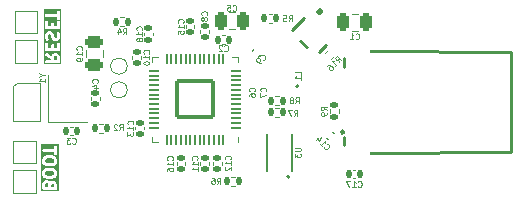
<source format=gbr>
%TF.GenerationSoftware,KiCad,Pcbnew,9.0.0*%
%TF.CreationDate,2025-06-27T23:21:56-04:00*%
%TF.ProjectId,microkey,6d696372-6f6b-4657-992e-6b696361645f,rev?*%
%TF.SameCoordinates,Original*%
%TF.FileFunction,Legend,Bot*%
%TF.FilePolarity,Positive*%
%FSLAX46Y46*%
G04 Gerber Fmt 4.6, Leading zero omitted, Abs format (unit mm)*
G04 Created by KiCad (PCBNEW 9.0.0) date 2025-06-27 23:21:56*
%MOMM*%
%LPD*%
G01*
G04 APERTURE LIST*
G04 Aperture macros list*
%AMRoundRect*
0 Rectangle with rounded corners*
0 $1 Rounding radius*
0 $2 $3 $4 $5 $6 $7 $8 $9 X,Y pos of 4 corners*
0 Add a 4 corners polygon primitive as box body*
4,1,4,$2,$3,$4,$5,$6,$7,$8,$9,$2,$3,0*
0 Add four circle primitives for the rounded corners*
1,1,$1+$1,$2,$3*
1,1,$1+$1,$4,$5*
1,1,$1+$1,$6,$7*
1,1,$1+$1,$8,$9*
0 Add four rect primitives between the rounded corners*
20,1,$1+$1,$2,$3,$4,$5,0*
20,1,$1+$1,$4,$5,$6,$7,0*
20,1,$1+$1,$6,$7,$8,$9,0*
20,1,$1+$1,$8,$9,$2,$3,0*%
%AMRotRect*
0 Rectangle, with rotation*
0 The origin of the aperture is its center*
0 $1 length*
0 $2 width*
0 $3 Rotation angle, in degrees counterclockwise*
0 Add horizontal line*
21,1,$1,$2,0,0,$3*%
%AMFreePoly0*
4,1,18,-0.437500,0.050000,-0.433694,0.069134,-0.422855,0.085355,-0.406634,0.096194,-0.387500,0.100000,0.387500,0.100000,0.406634,0.096194,0.422855,0.085355,0.433694,0.069134,0.437500,0.050000,0.437500,-0.050000,0.387500,-0.100000,-0.387500,-0.100000,-0.406634,-0.096194,-0.422855,-0.085355,-0.433694,-0.069134,-0.437500,-0.050000,-0.437500,0.050000,-0.437500,0.050000,$1*%
%AMFreePoly1*
4,1,18,-0.437500,0.050000,-0.433694,0.069134,-0.422855,0.085355,-0.406634,0.096194,-0.387500,0.100000,0.387500,0.100000,0.437500,0.050000,0.437500,-0.050000,0.433694,-0.069134,0.422855,-0.085355,0.406634,-0.096194,0.387500,-0.100000,-0.387500,-0.100000,-0.406634,-0.096194,-0.422855,-0.085355,-0.433694,-0.069134,-0.437500,-0.050000,-0.437500,0.050000,-0.437500,0.050000,$1*%
%AMFreePoly2*
4,1,18,-0.100000,0.387500,-0.096194,0.406634,-0.085355,0.422855,-0.069134,0.433694,-0.050000,0.437500,0.050000,0.437500,0.069134,0.433694,0.085355,0.422855,0.096194,0.406634,0.100000,0.387500,0.100000,-0.387500,0.096194,-0.406634,0.085355,-0.422855,0.069134,-0.433694,0.050000,-0.437500,-0.050000,-0.437500,-0.100000,-0.387500,-0.100000,0.387500,-0.100000,0.387500,$1*%
%AMFreePoly3*
4,1,18,-0.100000,0.387500,-0.096194,0.406634,-0.085355,0.422855,-0.069134,0.433694,-0.050000,0.437500,0.050000,0.437500,0.069134,0.433694,0.085355,0.422855,0.096194,0.406634,0.100000,0.387500,0.100000,-0.387500,0.050000,-0.437500,-0.050000,-0.437500,-0.069134,-0.433694,-0.085355,-0.422855,-0.096194,-0.406634,-0.100000,-0.387500,-0.100000,0.387500,-0.100000,0.387500,$1*%
%AMFreePoly4*
4,1,18,-0.437500,0.050000,-0.387500,0.100000,0.387500,0.100000,0.406634,0.096194,0.422855,0.085355,0.433694,0.069134,0.437500,0.050000,0.437500,-0.050000,0.433694,-0.069134,0.422855,-0.085355,0.406634,-0.096194,0.387500,-0.100000,-0.387500,-0.100000,-0.406634,-0.096194,-0.422855,-0.085355,-0.433694,-0.069134,-0.437500,-0.050000,-0.437500,0.050000,-0.437500,0.050000,$1*%
%AMFreePoly5*
4,1,18,-0.437500,0.050000,-0.433694,0.069134,-0.422855,0.085355,-0.406634,0.096194,-0.387500,0.100000,0.387500,0.100000,0.406634,0.096194,0.422855,0.085355,0.433694,0.069134,0.437500,0.050000,0.437500,-0.050000,0.433694,-0.069134,0.422855,-0.085355,0.406634,-0.096194,0.387500,-0.100000,-0.387500,-0.100000,-0.437500,-0.050000,-0.437500,0.050000,-0.437500,0.050000,$1*%
%AMFreePoly6*
4,1,18,-0.100000,0.387500,-0.096194,0.406634,-0.085355,0.422855,-0.069134,0.433694,-0.050000,0.437500,0.050000,0.437500,0.100000,0.387500,0.100000,-0.387500,0.096194,-0.406634,0.085355,-0.422855,0.069134,-0.433694,0.050000,-0.437500,-0.050000,-0.437500,-0.069134,-0.433694,-0.085355,-0.422855,-0.096194,-0.406634,-0.100000,-0.387500,-0.100000,0.387500,-0.100000,0.387500,$1*%
%AMFreePoly7*
4,1,18,-0.100000,0.387500,-0.050000,0.437500,0.050000,0.437500,0.069134,0.433694,0.085355,0.422855,0.096194,0.406634,0.100000,0.387500,0.100000,-0.387500,0.096194,-0.406634,0.085355,-0.422855,0.069134,-0.433694,0.050000,-0.437500,-0.050000,-0.437500,-0.069134,-0.433694,-0.085355,-0.422855,-0.096194,-0.406634,-0.100000,-0.387500,-0.100000,0.387500,-0.100000,0.387500,$1*%
G04 Aperture macros list end*
%ADD10C,0.250000*%
%ADD11C,0.125000*%
%ADD12C,0.120000*%
%ADD13C,0.254000*%
%ADD14C,0.300000*%
%ADD15C,0.152500*%
%ADD16C,0.200000*%
%ADD17C,0.191421*%
%ADD18FreePoly0,90.000000*%
%ADD19RoundRect,0.050000X0.050000X-0.387500X0.050000X0.387500X-0.050000X0.387500X-0.050000X-0.387500X0*%
%ADD20FreePoly1,90.000000*%
%ADD21FreePoly2,90.000000*%
%ADD22RoundRect,0.050000X0.387500X-0.050000X0.387500X0.050000X-0.387500X0.050000X-0.387500X-0.050000X0*%
%ADD23FreePoly3,90.000000*%
%ADD24FreePoly4,90.000000*%
%ADD25FreePoly5,90.000000*%
%ADD26FreePoly6,90.000000*%
%ADD27FreePoly7,90.000000*%
%ADD28RoundRect,0.153000X-1.547000X-1.547000X1.547000X-1.547000X1.547000X1.547000X-1.547000X1.547000X0*%
%ADD29C,1.000000*%
%ADD30RoundRect,0.140000X-0.170000X0.140000X-0.170000X-0.140000X0.170000X-0.140000X0.170000X0.140000X0*%
%ADD31R,0.700000X0.700000*%
%ADD32R,1.500000X1.500000*%
%ADD33RoundRect,0.135000X-0.135000X-0.185000X0.135000X-0.185000X0.135000X0.185000X-0.135000X0.185000X0*%
%ADD34RoundRect,0.250000X-0.250000X-0.475000X0.250000X-0.475000X0.250000X0.475000X-0.250000X0.475000X0*%
%ADD35RoundRect,0.135000X0.035355X-0.226274X0.226274X-0.035355X-0.035355X0.226274X-0.226274X0.035355X0*%
%ADD36RotRect,0.600000X1.000000X315.000000*%
%ADD37R,0.280000X0.600000*%
%ADD38R,1.700000X0.300000*%
%ADD39R,0.530000X0.470000*%
%ADD40RoundRect,0.140000X0.021213X-0.219203X0.219203X-0.021213X-0.021213X0.219203X-0.219203X0.021213X0*%
%ADD41RoundRect,0.135000X0.135000X0.185000X-0.135000X0.185000X-0.135000X-0.185000X0.135000X-0.185000X0*%
%ADD42R,1.700000X0.700000*%
%ADD43R,0.900000X0.300000*%
%ADD44R,1.000000X1.430000*%
%ADD45O,2.400000X1.200000*%
%ADD46RoundRect,0.140000X0.170000X-0.140000X0.170000X0.140000X-0.170000X0.140000X-0.170000X-0.140000X0*%
%ADD47RoundRect,0.135000X0.185000X-0.135000X0.185000X0.135000X-0.185000X0.135000X-0.185000X-0.135000X0*%
%ADD48RoundRect,0.140000X-0.219203X-0.021213X-0.021213X-0.219203X0.219203X0.021213X0.021213X0.219203X0*%
%ADD49RoundRect,0.140000X-0.140000X-0.170000X0.140000X-0.170000X0.140000X0.170000X-0.140000X0.170000X0*%
%ADD50RoundRect,0.140000X0.140000X0.170000X-0.140000X0.170000X-0.140000X-0.170000X0.140000X-0.170000X0*%
%ADD51R,1.200000X1.400000*%
%ADD52RoundRect,0.250000X0.250000X0.475000X-0.250000X0.475000X-0.250000X-0.475000X0.250000X-0.475000X0*%
%ADD53RoundRect,0.250000X-0.475000X0.250000X-0.475000X-0.250000X0.475000X-0.250000X0.475000X0.250000X0*%
G04 APERTURE END LIST*
D10*
G36*
X190966097Y-103176353D02*
G01*
X190985029Y-103195286D01*
X191010380Y-103245987D01*
X191010380Y-103472431D01*
X190736571Y-103472431D01*
X190736571Y-103245987D01*
X190761921Y-103195285D01*
X190780854Y-103176353D01*
X190831556Y-103151003D01*
X190915396Y-103151003D01*
X190966097Y-103176353D01*
G37*
G36*
X191385380Y-103847431D02*
G01*
X189885380Y-103847431D01*
X189885380Y-103023293D01*
X190010409Y-103023293D01*
X190018885Y-103071324D01*
X190045097Y-103112455D01*
X190063697Y-103128407D01*
X190486571Y-103424418D01*
X190486571Y-103472431D01*
X190135380Y-103472431D01*
X190110994Y-103474833D01*
X190065934Y-103493497D01*
X190031446Y-103527985D01*
X190012782Y-103573045D01*
X190012782Y-103621817D01*
X190031446Y-103666877D01*
X190065934Y-103701365D01*
X190110994Y-103720029D01*
X190135380Y-103722431D01*
X191135380Y-103722431D01*
X191159766Y-103720029D01*
X191204826Y-103701365D01*
X191239314Y-103666877D01*
X191257978Y-103621817D01*
X191260380Y-103597431D01*
X191260380Y-103216479D01*
X191257978Y-103192093D01*
X191256259Y-103187943D01*
X191255941Y-103183463D01*
X191247183Y-103160577D01*
X191199564Y-103065339D01*
X191192957Y-103054844D01*
X191191694Y-103051794D01*
X191188875Y-103048359D01*
X191186510Y-103044602D01*
X191184018Y-103042440D01*
X191176149Y-103032852D01*
X191128530Y-102985234D01*
X191118944Y-102977367D01*
X191116781Y-102974873D01*
X191113019Y-102972504D01*
X191109588Y-102969689D01*
X191106541Y-102968427D01*
X191096043Y-102961818D01*
X191000806Y-102914200D01*
X190977920Y-102905442D01*
X190973438Y-102905123D01*
X190969290Y-102903405D01*
X190944904Y-102901003D01*
X190802047Y-102901003D01*
X190777661Y-102903405D01*
X190773511Y-102905123D01*
X190769031Y-102905442D01*
X190746145Y-102914200D01*
X190650907Y-102961819D01*
X190640412Y-102968425D01*
X190637362Y-102969689D01*
X190633927Y-102972507D01*
X190630170Y-102974873D01*
X190628008Y-102977364D01*
X190618420Y-102985234D01*
X190570802Y-103032853D01*
X190562935Y-103042438D01*
X190560441Y-103044602D01*
X190558072Y-103048363D01*
X190555257Y-103051795D01*
X190553995Y-103054841D01*
X190547386Y-103065340D01*
X190511651Y-103136810D01*
X190207063Y-102923599D01*
X190185707Y-102911582D01*
X190138090Y-102901032D01*
X190090059Y-102909508D01*
X190048928Y-102935720D01*
X190020959Y-102975676D01*
X190010409Y-103023293D01*
X189885380Y-103023293D01*
X189885380Y-102121241D01*
X190010380Y-102121241D01*
X190010380Y-102597431D01*
X190012782Y-102621817D01*
X190031446Y-102666877D01*
X190065934Y-102701365D01*
X190110994Y-102720029D01*
X190135380Y-102722431D01*
X191135380Y-102722431D01*
X191159766Y-102720029D01*
X191204826Y-102701365D01*
X191239314Y-102666877D01*
X191257978Y-102621817D01*
X191260380Y-102597431D01*
X191260380Y-102121241D01*
X191257978Y-102096855D01*
X191239314Y-102051795D01*
X191204826Y-102017307D01*
X191159766Y-101998643D01*
X191110994Y-101998643D01*
X191065934Y-102017307D01*
X191031446Y-102051795D01*
X191012782Y-102096855D01*
X191010380Y-102121241D01*
X191010380Y-102472431D01*
X190784190Y-102472431D01*
X190784190Y-102264098D01*
X190781788Y-102239712D01*
X190763124Y-102194652D01*
X190728636Y-102160164D01*
X190683576Y-102141500D01*
X190634804Y-102141500D01*
X190589744Y-102160164D01*
X190555256Y-102194652D01*
X190536592Y-102239712D01*
X190534190Y-102264098D01*
X190534190Y-102472431D01*
X190260380Y-102472431D01*
X190260380Y-102121241D01*
X190257978Y-102096855D01*
X190239314Y-102051795D01*
X190204826Y-102017307D01*
X190159766Y-101998643D01*
X190110994Y-101998643D01*
X190065934Y-102017307D01*
X190031446Y-102051795D01*
X190012782Y-102096855D01*
X190010380Y-102121241D01*
X189885380Y-102121241D01*
X189885380Y-101359336D01*
X190010380Y-101359336D01*
X190010380Y-101597431D01*
X190011595Y-101609774D01*
X190011362Y-101613066D01*
X190012346Y-101617395D01*
X190012782Y-101621817D01*
X190014045Y-101624866D01*
X190016795Y-101636960D01*
X190064415Y-101779817D01*
X190074405Y-101802192D01*
X190106361Y-101839038D01*
X190149985Y-101860850D01*
X190198635Y-101864306D01*
X190244904Y-101848883D01*
X190281750Y-101816927D01*
X190303561Y-101773303D01*
X190307018Y-101724653D01*
X190301585Y-101700759D01*
X190260380Y-101577146D01*
X190260380Y-101388845D01*
X190285731Y-101338142D01*
X190304664Y-101319210D01*
X190355366Y-101293860D01*
X190391587Y-101293860D01*
X190442288Y-101319210D01*
X190461220Y-101338143D01*
X190493630Y-101402964D01*
X190537922Y-101580129D01*
X190538565Y-101581928D01*
X190538629Y-101582828D01*
X190542511Y-101592974D01*
X190546167Y-101603204D01*
X190546703Y-101603928D01*
X190547387Y-101605714D01*
X190595005Y-101700951D01*
X190601614Y-101711449D01*
X190602876Y-101714496D01*
X190605691Y-101717927D01*
X190608060Y-101721689D01*
X190610554Y-101723852D01*
X190618421Y-101733438D01*
X190666039Y-101781057D01*
X190675627Y-101788926D01*
X190677789Y-101791418D01*
X190681546Y-101793783D01*
X190684981Y-101796602D01*
X190688031Y-101797865D01*
X190698526Y-101804472D01*
X190793764Y-101852091D01*
X190816650Y-101860849D01*
X190821130Y-101861167D01*
X190825280Y-101862886D01*
X190849666Y-101865288D01*
X190944904Y-101865288D01*
X190969290Y-101862886D01*
X190973438Y-101861167D01*
X190977920Y-101860849D01*
X191000806Y-101852091D01*
X191096043Y-101804473D01*
X191106541Y-101797863D01*
X191109588Y-101796602D01*
X191113019Y-101793786D01*
X191116781Y-101791418D01*
X191118944Y-101788923D01*
X191128530Y-101781057D01*
X191176149Y-101733439D01*
X191184018Y-101723850D01*
X191186510Y-101721689D01*
X191188875Y-101717931D01*
X191191694Y-101714497D01*
X191192957Y-101711446D01*
X191199564Y-101700952D01*
X191247183Y-101605714D01*
X191255941Y-101582828D01*
X191256259Y-101578347D01*
X191257978Y-101574198D01*
X191260380Y-101549812D01*
X191260380Y-101311717D01*
X191259164Y-101299373D01*
X191259398Y-101296082D01*
X191258413Y-101291752D01*
X191257978Y-101287331D01*
X191256714Y-101284281D01*
X191253965Y-101272188D01*
X191206346Y-101129332D01*
X191196356Y-101106957D01*
X191164401Y-101070111D01*
X191120776Y-101048299D01*
X191072127Y-101044842D01*
X191025858Y-101060265D01*
X190989012Y-101092220D01*
X190967200Y-101135845D01*
X190963743Y-101184494D01*
X190969176Y-101208388D01*
X191010380Y-101332002D01*
X191010380Y-101520303D01*
X190985029Y-101571004D01*
X190966097Y-101589937D01*
X190915396Y-101615288D01*
X190879175Y-101615288D01*
X190828473Y-101589937D01*
X190809540Y-101571005D01*
X190777130Y-101506185D01*
X190732839Y-101329019D01*
X190732195Y-101327219D01*
X190732132Y-101326320D01*
X190728249Y-101316173D01*
X190724594Y-101305944D01*
X190724057Y-101305219D01*
X190723374Y-101303434D01*
X190675755Y-101208196D01*
X190669148Y-101197701D01*
X190667885Y-101194651D01*
X190665066Y-101191216D01*
X190662701Y-101187459D01*
X190660209Y-101185297D01*
X190652340Y-101175709D01*
X190604721Y-101128091D01*
X190595135Y-101120224D01*
X190592972Y-101117730D01*
X190589210Y-101115361D01*
X190585779Y-101112546D01*
X190582732Y-101111284D01*
X190572234Y-101104675D01*
X190476997Y-101057057D01*
X190454111Y-101048299D01*
X190449629Y-101047980D01*
X190445481Y-101046262D01*
X190421095Y-101043860D01*
X190325857Y-101043860D01*
X190301471Y-101046262D01*
X190297321Y-101047980D01*
X190292841Y-101048299D01*
X190269955Y-101057057D01*
X190174717Y-101104676D01*
X190164222Y-101111282D01*
X190161172Y-101112546D01*
X190157737Y-101115364D01*
X190153980Y-101117730D01*
X190151818Y-101120221D01*
X190142230Y-101128091D01*
X190094612Y-101175710D01*
X190086746Y-101185294D01*
X190084252Y-101187458D01*
X190081884Y-101191219D01*
X190079067Y-101194652D01*
X190077804Y-101197698D01*
X190071197Y-101208195D01*
X190023577Y-101303433D01*
X190014820Y-101326319D01*
X190014501Y-101330798D01*
X190012782Y-101334950D01*
X190010380Y-101359336D01*
X189885380Y-101359336D01*
X189885380Y-100264098D01*
X190010380Y-100264098D01*
X190010380Y-100740288D01*
X190012782Y-100764674D01*
X190031446Y-100809734D01*
X190065934Y-100844222D01*
X190110994Y-100862886D01*
X190135380Y-100865288D01*
X191135380Y-100865288D01*
X191159766Y-100862886D01*
X191204826Y-100844222D01*
X191239314Y-100809734D01*
X191257978Y-100764674D01*
X191260380Y-100740288D01*
X191260380Y-100264098D01*
X191257978Y-100239712D01*
X191239314Y-100194652D01*
X191204826Y-100160164D01*
X191159766Y-100141500D01*
X191110994Y-100141500D01*
X191065934Y-100160164D01*
X191031446Y-100194652D01*
X191012782Y-100239712D01*
X191010380Y-100264098D01*
X191010380Y-100615288D01*
X190784190Y-100615288D01*
X190784190Y-100406955D01*
X190781788Y-100382569D01*
X190763124Y-100337509D01*
X190728636Y-100303021D01*
X190683576Y-100284357D01*
X190634804Y-100284357D01*
X190589744Y-100303021D01*
X190555256Y-100337509D01*
X190536592Y-100382569D01*
X190534190Y-100406955D01*
X190534190Y-100615288D01*
X190260380Y-100615288D01*
X190260380Y-100264098D01*
X190257978Y-100239712D01*
X190239314Y-100194652D01*
X190204826Y-100160164D01*
X190159766Y-100141500D01*
X190110994Y-100141500D01*
X190065934Y-100160164D01*
X190031446Y-100194652D01*
X190012782Y-100239712D01*
X190010380Y-100264098D01*
X189885380Y-100264098D01*
X189885380Y-99668283D01*
X190012782Y-99668283D01*
X190012782Y-99717055D01*
X190031446Y-99762115D01*
X190065934Y-99796603D01*
X190110994Y-99815267D01*
X190135380Y-99817669D01*
X191010380Y-99817669D01*
X191010380Y-99978383D01*
X191012782Y-100002769D01*
X191031446Y-100047829D01*
X191065934Y-100082317D01*
X191110994Y-100100981D01*
X191159766Y-100100981D01*
X191204826Y-100082317D01*
X191239314Y-100047829D01*
X191257978Y-100002769D01*
X191260380Y-99978383D01*
X191260380Y-99406955D01*
X191257978Y-99382569D01*
X191239314Y-99337509D01*
X191204826Y-99303021D01*
X191159766Y-99284357D01*
X191110994Y-99284357D01*
X191065934Y-99303021D01*
X191031446Y-99337509D01*
X191012782Y-99382569D01*
X191010380Y-99406955D01*
X191010380Y-99567669D01*
X190135380Y-99567669D01*
X190110994Y-99570071D01*
X190065934Y-99588735D01*
X190031446Y-99623223D01*
X190012782Y-99668283D01*
X189885380Y-99668283D01*
X189885380Y-99159357D01*
X191385380Y-99159357D01*
X191385380Y-103847431D01*
G37*
G36*
X190239907Y-113926353D02*
G01*
X190252317Y-113938764D01*
X190284190Y-114034383D01*
X190284190Y-114222431D01*
X190010380Y-114222431D01*
X190010380Y-113995988D01*
X190035731Y-113945285D01*
X190054664Y-113926353D01*
X190105366Y-113901003D01*
X190189206Y-113901003D01*
X190239907Y-113926353D01*
G37*
G36*
X190716097Y-113973972D02*
G01*
X190735029Y-113992905D01*
X190760380Y-114043606D01*
X190760380Y-114222431D01*
X190534190Y-114222431D01*
X190534190Y-114043606D01*
X190559540Y-113992904D01*
X190578473Y-113973972D01*
X190629175Y-113948622D01*
X190665396Y-113948622D01*
X190716097Y-113973972D01*
G37*
G36*
X190678618Y-112888874D02*
G01*
X190735028Y-112945284D01*
X190760380Y-112995987D01*
X190760380Y-113127446D01*
X190735028Y-113178149D01*
X190678618Y-113234560D01*
X190536658Y-113270050D01*
X190234103Y-113270050D01*
X190092143Y-113234560D01*
X190035731Y-113178148D01*
X190010380Y-113127445D01*
X190010380Y-112995988D01*
X190035731Y-112945285D01*
X190092143Y-112888874D01*
X190234103Y-112853384D01*
X190536658Y-112853384D01*
X190678618Y-112888874D01*
G37*
G36*
X190678618Y-111841255D02*
G01*
X190735028Y-111897665D01*
X190760380Y-111948368D01*
X190760380Y-112079827D01*
X190735028Y-112130530D01*
X190678618Y-112186941D01*
X190536658Y-112222431D01*
X190234103Y-112222431D01*
X190092143Y-112186941D01*
X190035731Y-112130529D01*
X190010380Y-112079826D01*
X190010380Y-111948369D01*
X190035731Y-111897666D01*
X190092143Y-111841255D01*
X190234103Y-111805765D01*
X190536658Y-111805765D01*
X190678618Y-111841255D01*
G37*
G36*
X191135380Y-114597431D02*
G01*
X189635380Y-114597431D01*
X189635380Y-113966479D01*
X189760380Y-113966479D01*
X189760380Y-114347431D01*
X189762782Y-114371817D01*
X189781446Y-114416877D01*
X189815934Y-114451365D01*
X189860994Y-114470029D01*
X189885380Y-114472431D01*
X190885380Y-114472431D01*
X190909766Y-114470029D01*
X190954826Y-114451365D01*
X190989314Y-114416877D01*
X191007978Y-114371817D01*
X191010380Y-114347431D01*
X191010380Y-114014098D01*
X191007978Y-113989712D01*
X191006259Y-113985562D01*
X191005941Y-113981082D01*
X190997183Y-113958196D01*
X190949564Y-113862958D01*
X190942957Y-113852463D01*
X190941694Y-113849413D01*
X190938875Y-113845978D01*
X190936510Y-113842221D01*
X190934018Y-113840059D01*
X190926149Y-113830471D01*
X190878530Y-113782853D01*
X190868944Y-113774986D01*
X190866781Y-113772492D01*
X190863019Y-113770123D01*
X190859588Y-113767308D01*
X190856541Y-113766046D01*
X190846043Y-113759437D01*
X190750806Y-113711819D01*
X190727920Y-113703061D01*
X190723438Y-113702742D01*
X190719290Y-113701024D01*
X190694904Y-113698622D01*
X190599666Y-113698622D01*
X190575280Y-113701024D01*
X190571130Y-113702742D01*
X190566650Y-113703061D01*
X190543764Y-113711819D01*
X190448526Y-113759438D01*
X190438031Y-113766044D01*
X190434981Y-113767308D01*
X190434669Y-113767563D01*
X190402340Y-113735234D01*
X190392754Y-113727367D01*
X190390591Y-113724873D01*
X190386829Y-113722504D01*
X190383398Y-113719689D01*
X190380351Y-113718427D01*
X190369853Y-113711818D01*
X190274616Y-113664200D01*
X190251730Y-113655442D01*
X190247248Y-113655123D01*
X190243100Y-113653405D01*
X190218714Y-113651003D01*
X190075857Y-113651003D01*
X190051471Y-113653405D01*
X190047321Y-113655123D01*
X190042841Y-113655442D01*
X190019955Y-113664200D01*
X189924717Y-113711819D01*
X189914222Y-113718425D01*
X189911172Y-113719689D01*
X189907737Y-113722507D01*
X189903980Y-113724873D01*
X189901818Y-113727364D01*
X189892230Y-113735234D01*
X189844612Y-113782853D01*
X189836746Y-113792437D01*
X189834252Y-113794601D01*
X189831884Y-113798362D01*
X189829067Y-113801795D01*
X189827804Y-113804841D01*
X189821197Y-113815338D01*
X189773577Y-113910576D01*
X189764820Y-113933462D01*
X189764501Y-113937941D01*
X189762782Y-113942093D01*
X189760380Y-113966479D01*
X189635380Y-113966479D01*
X189635380Y-112966479D01*
X189760380Y-112966479D01*
X189760380Y-113156955D01*
X189762782Y-113181341D01*
X189764501Y-113185492D01*
X189764820Y-113189972D01*
X189773577Y-113212858D01*
X189821197Y-113308096D01*
X189827804Y-113318592D01*
X189829067Y-113321639D01*
X189831884Y-113325071D01*
X189834252Y-113328833D01*
X189836746Y-113330996D01*
X189844612Y-113340581D01*
X189939850Y-113435819D01*
X189958792Y-113451364D01*
X189967377Y-113454920D01*
X189974846Y-113460454D01*
X189997921Y-113468699D01*
X190188397Y-113516318D01*
X190192626Y-113516943D01*
X190194328Y-113517648D01*
X190203507Y-113518552D01*
X190212637Y-113519902D01*
X190214459Y-113519630D01*
X190218714Y-113520050D01*
X190552047Y-113520050D01*
X190556301Y-113519630D01*
X190558123Y-113519902D01*
X190567251Y-113518552D01*
X190576433Y-113517648D01*
X190578134Y-113516943D01*
X190582364Y-113516318D01*
X190772840Y-113468699D01*
X190795915Y-113460454D01*
X190803383Y-113454920D01*
X190811969Y-113451364D01*
X190830911Y-113435819D01*
X190926149Y-113340581D01*
X190934015Y-113330995D01*
X190936510Y-113328832D01*
X190938877Y-113325070D01*
X190941694Y-113321639D01*
X190942956Y-113318591D01*
X190949564Y-113308095D01*
X190997183Y-113212857D01*
X191005941Y-113189971D01*
X191006259Y-113185490D01*
X191007978Y-113181341D01*
X191010380Y-113156955D01*
X191010380Y-112966479D01*
X191007978Y-112942093D01*
X191006259Y-112937943D01*
X191005941Y-112933463D01*
X190997183Y-112910577D01*
X190949564Y-112815339D01*
X190942956Y-112804842D01*
X190941694Y-112801795D01*
X190938877Y-112798363D01*
X190936510Y-112794602D01*
X190934015Y-112792438D01*
X190926149Y-112782853D01*
X190830911Y-112687615D01*
X190811969Y-112672070D01*
X190803383Y-112668513D01*
X190795915Y-112662980D01*
X190772840Y-112654735D01*
X190582364Y-112607116D01*
X190578134Y-112606490D01*
X190576433Y-112605786D01*
X190567251Y-112604881D01*
X190558123Y-112603532D01*
X190556301Y-112603803D01*
X190552047Y-112603384D01*
X190218714Y-112603384D01*
X190214459Y-112603803D01*
X190212637Y-112603532D01*
X190203507Y-112604881D01*
X190194328Y-112605786D01*
X190192626Y-112606490D01*
X190188397Y-112607116D01*
X189997921Y-112654735D01*
X189974846Y-112662980D01*
X189967377Y-112668513D01*
X189958792Y-112672070D01*
X189939850Y-112687615D01*
X189844612Y-112782853D01*
X189836746Y-112792437D01*
X189834252Y-112794601D01*
X189831884Y-112798362D01*
X189829067Y-112801795D01*
X189827804Y-112804841D01*
X189821197Y-112815338D01*
X189773577Y-112910576D01*
X189764820Y-112933462D01*
X189764501Y-112937941D01*
X189762782Y-112942093D01*
X189760380Y-112966479D01*
X189635380Y-112966479D01*
X189635380Y-111918860D01*
X189760380Y-111918860D01*
X189760380Y-112109336D01*
X189762782Y-112133722D01*
X189764501Y-112137873D01*
X189764820Y-112142353D01*
X189773577Y-112165239D01*
X189821197Y-112260477D01*
X189827804Y-112270973D01*
X189829067Y-112274020D01*
X189831884Y-112277452D01*
X189834252Y-112281214D01*
X189836746Y-112283377D01*
X189844612Y-112292962D01*
X189939850Y-112388200D01*
X189958792Y-112403745D01*
X189967377Y-112407301D01*
X189974846Y-112412835D01*
X189997921Y-112421080D01*
X190188397Y-112468699D01*
X190192626Y-112469324D01*
X190194328Y-112470029D01*
X190203507Y-112470933D01*
X190212637Y-112472283D01*
X190214459Y-112472011D01*
X190218714Y-112472431D01*
X190552047Y-112472431D01*
X190556301Y-112472011D01*
X190558123Y-112472283D01*
X190567251Y-112470933D01*
X190576433Y-112470029D01*
X190578134Y-112469324D01*
X190582364Y-112468699D01*
X190772840Y-112421080D01*
X190795915Y-112412835D01*
X190803383Y-112407301D01*
X190811969Y-112403745D01*
X190830911Y-112388200D01*
X190926149Y-112292962D01*
X190934015Y-112283376D01*
X190936510Y-112281213D01*
X190938877Y-112277451D01*
X190941694Y-112274020D01*
X190942956Y-112270972D01*
X190949564Y-112260476D01*
X190997183Y-112165238D01*
X191005941Y-112142352D01*
X191006259Y-112137871D01*
X191007978Y-112133722D01*
X191010380Y-112109336D01*
X191010380Y-111918860D01*
X191007978Y-111894474D01*
X191006259Y-111890324D01*
X191005941Y-111885844D01*
X190997183Y-111862958D01*
X190949564Y-111767720D01*
X190942956Y-111757223D01*
X190941694Y-111754176D01*
X190938877Y-111750744D01*
X190936510Y-111746983D01*
X190934015Y-111744819D01*
X190926149Y-111735234D01*
X190830911Y-111639996D01*
X190811969Y-111624451D01*
X190803383Y-111620894D01*
X190795915Y-111615361D01*
X190772840Y-111607116D01*
X190582364Y-111559497D01*
X190578134Y-111558871D01*
X190576433Y-111558167D01*
X190567251Y-111557262D01*
X190558123Y-111555913D01*
X190556301Y-111556184D01*
X190552047Y-111555765D01*
X190218714Y-111555765D01*
X190214459Y-111556184D01*
X190212637Y-111555913D01*
X190203507Y-111557262D01*
X190194328Y-111558167D01*
X190192626Y-111558871D01*
X190188397Y-111559497D01*
X189997921Y-111607116D01*
X189974846Y-111615361D01*
X189967377Y-111620894D01*
X189958792Y-111624451D01*
X189939850Y-111639996D01*
X189844612Y-111735234D01*
X189836746Y-111744818D01*
X189834252Y-111746982D01*
X189831884Y-111750743D01*
X189829067Y-111754176D01*
X189827804Y-111757222D01*
X189821197Y-111767719D01*
X189773577Y-111862957D01*
X189764820Y-111885843D01*
X189764501Y-111890322D01*
X189762782Y-111894474D01*
X189760380Y-111918860D01*
X189635380Y-111918860D01*
X189635380Y-111084950D01*
X189762782Y-111084950D01*
X189762782Y-111133722D01*
X189781446Y-111178782D01*
X189815934Y-111213270D01*
X189860994Y-111231934D01*
X189885380Y-111234336D01*
X190760380Y-111234336D01*
X190760380Y-111395050D01*
X190762782Y-111419436D01*
X190781446Y-111464496D01*
X190815934Y-111498984D01*
X190860994Y-111517648D01*
X190909766Y-111517648D01*
X190954826Y-111498984D01*
X190989314Y-111464496D01*
X191007978Y-111419436D01*
X191010380Y-111395050D01*
X191010380Y-110823622D01*
X191007978Y-110799236D01*
X190989314Y-110754176D01*
X190954826Y-110719688D01*
X190909766Y-110701024D01*
X190860994Y-110701024D01*
X190815934Y-110719688D01*
X190781446Y-110754176D01*
X190762782Y-110799236D01*
X190760380Y-110823622D01*
X190760380Y-110984336D01*
X189885380Y-110984336D01*
X189860994Y-110986738D01*
X189815934Y-111005402D01*
X189781446Y-111039890D01*
X189762782Y-111084950D01*
X189635380Y-111084950D01*
X189635380Y-110576024D01*
X191135380Y-110576024D01*
X191135380Y-114597431D01*
G37*
D11*
X194427190Y-105396665D02*
X194451000Y-105372856D01*
X194451000Y-105372856D02*
X194474809Y-105301427D01*
X194474809Y-105301427D02*
X194474809Y-105253808D01*
X194474809Y-105253808D02*
X194451000Y-105182380D01*
X194451000Y-105182380D02*
X194403380Y-105134761D01*
X194403380Y-105134761D02*
X194355761Y-105110951D01*
X194355761Y-105110951D02*
X194260523Y-105087142D01*
X194260523Y-105087142D02*
X194189095Y-105087142D01*
X194189095Y-105087142D02*
X194093857Y-105110951D01*
X194093857Y-105110951D02*
X194046238Y-105134761D01*
X194046238Y-105134761D02*
X193998619Y-105182380D01*
X193998619Y-105182380D02*
X193974809Y-105253808D01*
X193974809Y-105253808D02*
X193974809Y-105301427D01*
X193974809Y-105301427D02*
X193998619Y-105372856D01*
X193998619Y-105372856D02*
X194022428Y-105396665D01*
X194141476Y-105825237D02*
X194474809Y-105825237D01*
X193951000Y-105706189D02*
X194308142Y-105587142D01*
X194308142Y-105587142D02*
X194308142Y-105896665D01*
X196583333Y-101304810D02*
X196749999Y-101066715D01*
X196869047Y-101304810D02*
X196869047Y-100804810D01*
X196869047Y-100804810D02*
X196678571Y-100804810D01*
X196678571Y-100804810D02*
X196630952Y-100828620D01*
X196630952Y-100828620D02*
X196607142Y-100852429D01*
X196607142Y-100852429D02*
X196583333Y-100900048D01*
X196583333Y-100900048D02*
X196583333Y-100971477D01*
X196583333Y-100971477D02*
X196607142Y-101019096D01*
X196607142Y-101019096D02*
X196630952Y-101042905D01*
X196630952Y-101042905D02*
X196678571Y-101066715D01*
X196678571Y-101066715D02*
X196869047Y-101066715D01*
X196154761Y-100971477D02*
X196154761Y-101304810D01*
X196273809Y-100781001D02*
X196392856Y-101138143D01*
X196392856Y-101138143D02*
X196083333Y-101138143D01*
X216293333Y-101677190D02*
X216317142Y-101701000D01*
X216317142Y-101701000D02*
X216388571Y-101724809D01*
X216388571Y-101724809D02*
X216436190Y-101724809D01*
X216436190Y-101724809D02*
X216507618Y-101701000D01*
X216507618Y-101701000D02*
X216555237Y-101653380D01*
X216555237Y-101653380D02*
X216579047Y-101605761D01*
X216579047Y-101605761D02*
X216602856Y-101510523D01*
X216602856Y-101510523D02*
X216602856Y-101439095D01*
X216602856Y-101439095D02*
X216579047Y-101343857D01*
X216579047Y-101343857D02*
X216555237Y-101296238D01*
X216555237Y-101296238D02*
X216507618Y-101248619D01*
X216507618Y-101248619D02*
X216436190Y-101224809D01*
X216436190Y-101224809D02*
X216388571Y-101224809D01*
X216388571Y-101224809D02*
X216317142Y-101248619D01*
X216317142Y-101248619D02*
X216293333Y-101272428D01*
X215817142Y-101724809D02*
X216102856Y-101724809D01*
X215959999Y-101724809D02*
X215959999Y-101224809D01*
X215959999Y-101224809D02*
X216007618Y-101296238D01*
X216007618Y-101296238D02*
X216055237Y-101343857D01*
X216055237Y-101343857D02*
X216102856Y-101367666D01*
X214886248Y-103681680D02*
X214835740Y-103395470D01*
X215088278Y-103479649D02*
X214734725Y-103126096D01*
X214734725Y-103126096D02*
X214600038Y-103260783D01*
X214600038Y-103260783D02*
X214583202Y-103311291D01*
X214583202Y-103311291D02*
X214583202Y-103344962D01*
X214583202Y-103344962D02*
X214600038Y-103395470D01*
X214600038Y-103395470D02*
X214650546Y-103445978D01*
X214650546Y-103445978D02*
X214701053Y-103462813D01*
X214701053Y-103462813D02*
X214734725Y-103462813D01*
X214734725Y-103462813D02*
X214785233Y-103445978D01*
X214785233Y-103445978D02*
X214919920Y-103311291D01*
X214549530Y-104018397D02*
X214751561Y-103816367D01*
X214650546Y-103917382D02*
X214296992Y-103563829D01*
X214296992Y-103563829D02*
X214381172Y-103580665D01*
X214381172Y-103580665D02*
X214448515Y-103580665D01*
X214448515Y-103580665D02*
X214499023Y-103563829D01*
X213892931Y-103967889D02*
X213960275Y-103900546D01*
X213960275Y-103900546D02*
X214010783Y-103883710D01*
X214010783Y-103883710D02*
X214044454Y-103883710D01*
X214044454Y-103883710D02*
X214128634Y-103900546D01*
X214128634Y-103900546D02*
X214212813Y-103951054D01*
X214212813Y-103951054D02*
X214347500Y-104085741D01*
X214347500Y-104085741D02*
X214364336Y-104136248D01*
X214364336Y-104136248D02*
X214364336Y-104169920D01*
X214364336Y-104169920D02*
X214347500Y-104220428D01*
X214347500Y-104220428D02*
X214280157Y-104287771D01*
X214280157Y-104287771D02*
X214229649Y-104304607D01*
X214229649Y-104304607D02*
X214195977Y-104304607D01*
X214195977Y-104304607D02*
X214145470Y-104287771D01*
X214145470Y-104287771D02*
X214061290Y-104203592D01*
X214061290Y-104203592D02*
X214044454Y-104153084D01*
X214044454Y-104153084D02*
X214044454Y-104119412D01*
X214044454Y-104119412D02*
X214061290Y-104068905D01*
X214061290Y-104068905D02*
X214128634Y-104001561D01*
X214128634Y-104001561D02*
X214179141Y-103984725D01*
X214179141Y-103984725D02*
X214212813Y-103984725D01*
X214212813Y-103984725D02*
X214263321Y-104001561D01*
X211124809Y-110919047D02*
X211529571Y-110919047D01*
X211529571Y-110919047D02*
X211577190Y-110942857D01*
X211577190Y-110942857D02*
X211601000Y-110966666D01*
X211601000Y-110966666D02*
X211624809Y-111014285D01*
X211624809Y-111014285D02*
X211624809Y-111109523D01*
X211624809Y-111109523D02*
X211601000Y-111157142D01*
X211601000Y-111157142D02*
X211577190Y-111180952D01*
X211577190Y-111180952D02*
X211529571Y-111204761D01*
X211529571Y-111204761D02*
X211124809Y-111204761D01*
X211124809Y-111395238D02*
X211124809Y-111704762D01*
X211124809Y-111704762D02*
X211315285Y-111538095D01*
X211315285Y-111538095D02*
X211315285Y-111609524D01*
X211315285Y-111609524D02*
X211339095Y-111657143D01*
X211339095Y-111657143D02*
X211362904Y-111680952D01*
X211362904Y-111680952D02*
X211410523Y-111704762D01*
X211410523Y-111704762D02*
X211529571Y-111704762D01*
X211529571Y-111704762D02*
X211577190Y-111680952D01*
X211577190Y-111680952D02*
X211601000Y-111657143D01*
X211601000Y-111657143D02*
X211624809Y-111609524D01*
X211624809Y-111609524D02*
X211624809Y-111466667D01*
X211624809Y-111466667D02*
X211601000Y-111419048D01*
X211601000Y-111419048D02*
X211577190Y-111395238D01*
X208677190Y-106116666D02*
X208701000Y-106092857D01*
X208701000Y-106092857D02*
X208724809Y-106021428D01*
X208724809Y-106021428D02*
X208724809Y-105973809D01*
X208724809Y-105973809D02*
X208701000Y-105902381D01*
X208701000Y-105902381D02*
X208653380Y-105854762D01*
X208653380Y-105854762D02*
X208605761Y-105830952D01*
X208605761Y-105830952D02*
X208510523Y-105807143D01*
X208510523Y-105807143D02*
X208439095Y-105807143D01*
X208439095Y-105807143D02*
X208343857Y-105830952D01*
X208343857Y-105830952D02*
X208296238Y-105854762D01*
X208296238Y-105854762D02*
X208248619Y-105902381D01*
X208248619Y-105902381D02*
X208224809Y-105973809D01*
X208224809Y-105973809D02*
X208224809Y-106021428D01*
X208224809Y-106021428D02*
X208248619Y-106092857D01*
X208248619Y-106092857D02*
X208272428Y-106116666D01*
X208224809Y-106283333D02*
X208224809Y-106616666D01*
X208224809Y-106616666D02*
X208724809Y-106402381D01*
X208484217Y-103466367D02*
X208517889Y-103466367D01*
X208517889Y-103466367D02*
X208585233Y-103432695D01*
X208585233Y-103432695D02*
X208618904Y-103399023D01*
X208618904Y-103399023D02*
X208652576Y-103331680D01*
X208652576Y-103331680D02*
X208652576Y-103264336D01*
X208652576Y-103264336D02*
X208635740Y-103213829D01*
X208635740Y-103213829D02*
X208585233Y-103129649D01*
X208585233Y-103129649D02*
X208534725Y-103079142D01*
X208534725Y-103079142D02*
X208450546Y-103028634D01*
X208450546Y-103028634D02*
X208400038Y-103011798D01*
X208400038Y-103011798D02*
X208332695Y-103011798D01*
X208332695Y-103011798D02*
X208265351Y-103045470D01*
X208265351Y-103045470D02*
X208231679Y-103079142D01*
X208231679Y-103079142D02*
X208198008Y-103146485D01*
X208198008Y-103146485D02*
X208198008Y-103180157D01*
X208349530Y-103668397D02*
X208282187Y-103735741D01*
X208282187Y-103735741D02*
X208231679Y-103752577D01*
X208231679Y-103752577D02*
X208198008Y-103752577D01*
X208198008Y-103752577D02*
X208113828Y-103735741D01*
X208113828Y-103735741D02*
X208029649Y-103685233D01*
X208029649Y-103685233D02*
X207894962Y-103550546D01*
X207894962Y-103550546D02*
X207878126Y-103500038D01*
X207878126Y-103500038D02*
X207878126Y-103466367D01*
X207878126Y-103466367D02*
X207894962Y-103415859D01*
X207894962Y-103415859D02*
X207962305Y-103348516D01*
X207962305Y-103348516D02*
X208012813Y-103331680D01*
X208012813Y-103331680D02*
X208046485Y-103331680D01*
X208046485Y-103331680D02*
X208096992Y-103348516D01*
X208096992Y-103348516D02*
X208181172Y-103432695D01*
X208181172Y-103432695D02*
X208198008Y-103483203D01*
X208198008Y-103483203D02*
X208198008Y-103516874D01*
X208198008Y-103516874D02*
X208181172Y-103567382D01*
X208181172Y-103567382D02*
X208113828Y-103634725D01*
X208113828Y-103634725D02*
X208063321Y-103651561D01*
X208063321Y-103651561D02*
X208029649Y-103651561D01*
X208029649Y-103651561D02*
X207979141Y-103634725D01*
X207717190Y-106116666D02*
X207741000Y-106092857D01*
X207741000Y-106092857D02*
X207764809Y-106021428D01*
X207764809Y-106021428D02*
X207764809Y-105973809D01*
X207764809Y-105973809D02*
X207741000Y-105902381D01*
X207741000Y-105902381D02*
X207693380Y-105854762D01*
X207693380Y-105854762D02*
X207645761Y-105830952D01*
X207645761Y-105830952D02*
X207550523Y-105807143D01*
X207550523Y-105807143D02*
X207479095Y-105807143D01*
X207479095Y-105807143D02*
X207383857Y-105830952D01*
X207383857Y-105830952D02*
X207336238Y-105854762D01*
X207336238Y-105854762D02*
X207288619Y-105902381D01*
X207288619Y-105902381D02*
X207264809Y-105973809D01*
X207264809Y-105973809D02*
X207264809Y-106021428D01*
X207264809Y-106021428D02*
X207288619Y-106092857D01*
X207288619Y-106092857D02*
X207312428Y-106116666D01*
X207264809Y-106545238D02*
X207264809Y-106450000D01*
X207264809Y-106450000D02*
X207288619Y-106402381D01*
X207288619Y-106402381D02*
X207312428Y-106378571D01*
X207312428Y-106378571D02*
X207383857Y-106330952D01*
X207383857Y-106330952D02*
X207479095Y-106307143D01*
X207479095Y-106307143D02*
X207669571Y-106307143D01*
X207669571Y-106307143D02*
X207717190Y-106330952D01*
X207717190Y-106330952D02*
X207741000Y-106354762D01*
X207741000Y-106354762D02*
X207764809Y-106402381D01*
X207764809Y-106402381D02*
X207764809Y-106497619D01*
X207764809Y-106497619D02*
X207741000Y-106545238D01*
X207741000Y-106545238D02*
X207717190Y-106569047D01*
X207717190Y-106569047D02*
X207669571Y-106592857D01*
X207669571Y-106592857D02*
X207550523Y-106592857D01*
X207550523Y-106592857D02*
X207502904Y-106569047D01*
X207502904Y-106569047D02*
X207479095Y-106545238D01*
X207479095Y-106545238D02*
X207455285Y-106497619D01*
X207455285Y-106497619D02*
X207455285Y-106402381D01*
X207455285Y-106402381D02*
X207479095Y-106354762D01*
X207479095Y-106354762D02*
X207502904Y-106330952D01*
X207502904Y-106330952D02*
X207550523Y-106307143D01*
X204558333Y-113974809D02*
X204724999Y-113736714D01*
X204844047Y-113974809D02*
X204844047Y-113474809D01*
X204844047Y-113474809D02*
X204653571Y-113474809D01*
X204653571Y-113474809D02*
X204605952Y-113498619D01*
X204605952Y-113498619D02*
X204582142Y-113522428D01*
X204582142Y-113522428D02*
X204558333Y-113570047D01*
X204558333Y-113570047D02*
X204558333Y-113641476D01*
X204558333Y-113641476D02*
X204582142Y-113689095D01*
X204582142Y-113689095D02*
X204605952Y-113712904D01*
X204605952Y-113712904D02*
X204653571Y-113736714D01*
X204653571Y-113736714D02*
X204844047Y-113736714D01*
X204129761Y-113474809D02*
X204224999Y-113474809D01*
X204224999Y-113474809D02*
X204272618Y-113498619D01*
X204272618Y-113498619D02*
X204296428Y-113522428D01*
X204296428Y-113522428D02*
X204344047Y-113593857D01*
X204344047Y-113593857D02*
X204367856Y-113689095D01*
X204367856Y-113689095D02*
X204367856Y-113879571D01*
X204367856Y-113879571D02*
X204344047Y-113927190D01*
X204344047Y-113927190D02*
X204320237Y-113951000D01*
X204320237Y-113951000D02*
X204272618Y-113974809D01*
X204272618Y-113974809D02*
X204177380Y-113974809D01*
X204177380Y-113974809D02*
X204129761Y-113951000D01*
X204129761Y-113951000D02*
X204105952Y-113927190D01*
X204105952Y-113927190D02*
X204082142Y-113879571D01*
X204082142Y-113879571D02*
X204082142Y-113760523D01*
X204082142Y-113760523D02*
X204105952Y-113712904D01*
X204105952Y-113712904D02*
X204129761Y-113689095D01*
X204129761Y-113689095D02*
X204177380Y-113665285D01*
X204177380Y-113665285D02*
X204272618Y-113665285D01*
X204272618Y-113665285D02*
X204320237Y-113689095D01*
X204320237Y-113689095D02*
X204344047Y-113712904D01*
X204344047Y-113712904D02*
X204367856Y-113760523D01*
X211188333Y-107149809D02*
X211354999Y-106911714D01*
X211474047Y-107149809D02*
X211474047Y-106649809D01*
X211474047Y-106649809D02*
X211283571Y-106649809D01*
X211283571Y-106649809D02*
X211235952Y-106673619D01*
X211235952Y-106673619D02*
X211212142Y-106697428D01*
X211212142Y-106697428D02*
X211188333Y-106745047D01*
X211188333Y-106745047D02*
X211188333Y-106816476D01*
X211188333Y-106816476D02*
X211212142Y-106864095D01*
X211212142Y-106864095D02*
X211235952Y-106887904D01*
X211235952Y-106887904D02*
X211283571Y-106911714D01*
X211283571Y-106911714D02*
X211474047Y-106911714D01*
X210902618Y-106864095D02*
X210950237Y-106840285D01*
X210950237Y-106840285D02*
X210974047Y-106816476D01*
X210974047Y-106816476D02*
X210997856Y-106768857D01*
X210997856Y-106768857D02*
X210997856Y-106745047D01*
X210997856Y-106745047D02*
X210974047Y-106697428D01*
X210974047Y-106697428D02*
X210950237Y-106673619D01*
X210950237Y-106673619D02*
X210902618Y-106649809D01*
X210902618Y-106649809D02*
X210807380Y-106649809D01*
X210807380Y-106649809D02*
X210759761Y-106673619D01*
X210759761Y-106673619D02*
X210735952Y-106697428D01*
X210735952Y-106697428D02*
X210712142Y-106745047D01*
X210712142Y-106745047D02*
X210712142Y-106768857D01*
X210712142Y-106768857D02*
X210735952Y-106816476D01*
X210735952Y-106816476D02*
X210759761Y-106840285D01*
X210759761Y-106840285D02*
X210807380Y-106864095D01*
X210807380Y-106864095D02*
X210902618Y-106864095D01*
X210902618Y-106864095D02*
X210950237Y-106887904D01*
X210950237Y-106887904D02*
X210974047Y-106911714D01*
X210974047Y-106911714D02*
X210997856Y-106959333D01*
X210997856Y-106959333D02*
X210997856Y-107054571D01*
X210997856Y-107054571D02*
X210974047Y-107102190D01*
X210974047Y-107102190D02*
X210950237Y-107126000D01*
X210950237Y-107126000D02*
X210902618Y-107149809D01*
X210902618Y-107149809D02*
X210807380Y-107149809D01*
X210807380Y-107149809D02*
X210759761Y-107126000D01*
X210759761Y-107126000D02*
X210735952Y-107102190D01*
X210735952Y-107102190D02*
X210712142Y-107054571D01*
X210712142Y-107054571D02*
X210712142Y-106959333D01*
X210712142Y-106959333D02*
X210735952Y-106911714D01*
X210735952Y-106911714D02*
X210759761Y-106887904D01*
X210759761Y-106887904D02*
X210807380Y-106864095D01*
X211624809Y-104716666D02*
X211624809Y-104478571D01*
X211624809Y-104478571D02*
X211124809Y-104478571D01*
X211624809Y-105145238D02*
X211624809Y-104859524D01*
X211624809Y-105002381D02*
X211124809Y-105002381D01*
X211124809Y-105002381D02*
X211196238Y-104954762D01*
X211196238Y-104954762D02*
X211243857Y-104907143D01*
X211243857Y-104907143D02*
X211267666Y-104859524D01*
X196283333Y-109424809D02*
X196449999Y-109186714D01*
X196569047Y-109424809D02*
X196569047Y-108924809D01*
X196569047Y-108924809D02*
X196378571Y-108924809D01*
X196378571Y-108924809D02*
X196330952Y-108948619D01*
X196330952Y-108948619D02*
X196307142Y-108972428D01*
X196307142Y-108972428D02*
X196283333Y-109020047D01*
X196283333Y-109020047D02*
X196283333Y-109091476D01*
X196283333Y-109091476D02*
X196307142Y-109139095D01*
X196307142Y-109139095D02*
X196330952Y-109162904D01*
X196330952Y-109162904D02*
X196378571Y-109186714D01*
X196378571Y-109186714D02*
X196569047Y-109186714D01*
X196092856Y-108972428D02*
X196069047Y-108948619D01*
X196069047Y-108948619D02*
X196021428Y-108924809D01*
X196021428Y-108924809D02*
X195902380Y-108924809D01*
X195902380Y-108924809D02*
X195854761Y-108948619D01*
X195854761Y-108948619D02*
X195830952Y-108972428D01*
X195830952Y-108972428D02*
X195807142Y-109020047D01*
X195807142Y-109020047D02*
X195807142Y-109067666D01*
X195807142Y-109067666D02*
X195830952Y-109139095D01*
X195830952Y-109139095D02*
X196116666Y-109424809D01*
X196116666Y-109424809D02*
X195807142Y-109424809D01*
X201677190Y-100318571D02*
X201701000Y-100294762D01*
X201701000Y-100294762D02*
X201724809Y-100223333D01*
X201724809Y-100223333D02*
X201724809Y-100175714D01*
X201724809Y-100175714D02*
X201701000Y-100104286D01*
X201701000Y-100104286D02*
X201653380Y-100056667D01*
X201653380Y-100056667D02*
X201605761Y-100032857D01*
X201605761Y-100032857D02*
X201510523Y-100009048D01*
X201510523Y-100009048D02*
X201439095Y-100009048D01*
X201439095Y-100009048D02*
X201343857Y-100032857D01*
X201343857Y-100032857D02*
X201296238Y-100056667D01*
X201296238Y-100056667D02*
X201248619Y-100104286D01*
X201248619Y-100104286D02*
X201224809Y-100175714D01*
X201224809Y-100175714D02*
X201224809Y-100223333D01*
X201224809Y-100223333D02*
X201248619Y-100294762D01*
X201248619Y-100294762D02*
X201272428Y-100318571D01*
X201724809Y-100794762D02*
X201724809Y-100509048D01*
X201724809Y-100651905D02*
X201224809Y-100651905D01*
X201224809Y-100651905D02*
X201296238Y-100604286D01*
X201296238Y-100604286D02*
X201343857Y-100556667D01*
X201343857Y-100556667D02*
X201367666Y-100509048D01*
X201224809Y-101247142D02*
X201224809Y-101009047D01*
X201224809Y-101009047D02*
X201462904Y-100985238D01*
X201462904Y-100985238D02*
X201439095Y-101009047D01*
X201439095Y-101009047D02*
X201415285Y-101056666D01*
X201415285Y-101056666D02*
X201415285Y-101175714D01*
X201415285Y-101175714D02*
X201439095Y-101223333D01*
X201439095Y-101223333D02*
X201462904Y-101247142D01*
X201462904Y-101247142D02*
X201510523Y-101270952D01*
X201510523Y-101270952D02*
X201629571Y-101270952D01*
X201629571Y-101270952D02*
X201677190Y-101247142D01*
X201677190Y-101247142D02*
X201701000Y-101223333D01*
X201701000Y-101223333D02*
X201724809Y-101175714D01*
X201724809Y-101175714D02*
X201724809Y-101056666D01*
X201724809Y-101056666D02*
X201701000Y-101009047D01*
X201701000Y-101009047D02*
X201677190Y-100985238D01*
X203677190Y-99666666D02*
X203701000Y-99642857D01*
X203701000Y-99642857D02*
X203724809Y-99571428D01*
X203724809Y-99571428D02*
X203724809Y-99523809D01*
X203724809Y-99523809D02*
X203701000Y-99452381D01*
X203701000Y-99452381D02*
X203653380Y-99404762D01*
X203653380Y-99404762D02*
X203605761Y-99380952D01*
X203605761Y-99380952D02*
X203510523Y-99357143D01*
X203510523Y-99357143D02*
X203439095Y-99357143D01*
X203439095Y-99357143D02*
X203343857Y-99380952D01*
X203343857Y-99380952D02*
X203296238Y-99404762D01*
X203296238Y-99404762D02*
X203248619Y-99452381D01*
X203248619Y-99452381D02*
X203224809Y-99523809D01*
X203224809Y-99523809D02*
X203224809Y-99571428D01*
X203224809Y-99571428D02*
X203248619Y-99642857D01*
X203248619Y-99642857D02*
X203272428Y-99666666D01*
X203439095Y-99952381D02*
X203415285Y-99904762D01*
X203415285Y-99904762D02*
X203391476Y-99880952D01*
X203391476Y-99880952D02*
X203343857Y-99857143D01*
X203343857Y-99857143D02*
X203320047Y-99857143D01*
X203320047Y-99857143D02*
X203272428Y-99880952D01*
X203272428Y-99880952D02*
X203248619Y-99904762D01*
X203248619Y-99904762D02*
X203224809Y-99952381D01*
X203224809Y-99952381D02*
X203224809Y-100047619D01*
X203224809Y-100047619D02*
X203248619Y-100095238D01*
X203248619Y-100095238D02*
X203272428Y-100119047D01*
X203272428Y-100119047D02*
X203320047Y-100142857D01*
X203320047Y-100142857D02*
X203343857Y-100142857D01*
X203343857Y-100142857D02*
X203391476Y-100119047D01*
X203391476Y-100119047D02*
X203415285Y-100095238D01*
X203415285Y-100095238D02*
X203439095Y-100047619D01*
X203439095Y-100047619D02*
X203439095Y-99952381D01*
X203439095Y-99952381D02*
X203462904Y-99904762D01*
X203462904Y-99904762D02*
X203486714Y-99880952D01*
X203486714Y-99880952D02*
X203534333Y-99857143D01*
X203534333Y-99857143D02*
X203629571Y-99857143D01*
X203629571Y-99857143D02*
X203677190Y-99880952D01*
X203677190Y-99880952D02*
X203701000Y-99904762D01*
X203701000Y-99904762D02*
X203724809Y-99952381D01*
X203724809Y-99952381D02*
X203724809Y-100047619D01*
X203724809Y-100047619D02*
X203701000Y-100095238D01*
X203701000Y-100095238D02*
X203677190Y-100119047D01*
X203677190Y-100119047D02*
X203629571Y-100142857D01*
X203629571Y-100142857D02*
X203534333Y-100142857D01*
X203534333Y-100142857D02*
X203486714Y-100119047D01*
X203486714Y-100119047D02*
X203462904Y-100095238D01*
X203462904Y-100095238D02*
X203439095Y-100047619D01*
X213824809Y-107716666D02*
X213586714Y-107550000D01*
X213824809Y-107430952D02*
X213324809Y-107430952D01*
X213324809Y-107430952D02*
X213324809Y-107621428D01*
X213324809Y-107621428D02*
X213348619Y-107669047D01*
X213348619Y-107669047D02*
X213372428Y-107692857D01*
X213372428Y-107692857D02*
X213420047Y-107716666D01*
X213420047Y-107716666D02*
X213491476Y-107716666D01*
X213491476Y-107716666D02*
X213539095Y-107692857D01*
X213539095Y-107692857D02*
X213562904Y-107669047D01*
X213562904Y-107669047D02*
X213586714Y-107621428D01*
X213586714Y-107621428D02*
X213586714Y-107430952D01*
X213824809Y-107954762D02*
X213824809Y-108050000D01*
X213824809Y-108050000D02*
X213801000Y-108097619D01*
X213801000Y-108097619D02*
X213777190Y-108121428D01*
X213777190Y-108121428D02*
X213705761Y-108169047D01*
X213705761Y-108169047D02*
X213610523Y-108192857D01*
X213610523Y-108192857D02*
X213420047Y-108192857D01*
X213420047Y-108192857D02*
X213372428Y-108169047D01*
X213372428Y-108169047D02*
X213348619Y-108145238D01*
X213348619Y-108145238D02*
X213324809Y-108097619D01*
X213324809Y-108097619D02*
X213324809Y-108002381D01*
X213324809Y-108002381D02*
X213348619Y-107954762D01*
X213348619Y-107954762D02*
X213372428Y-107930952D01*
X213372428Y-107930952D02*
X213420047Y-107907143D01*
X213420047Y-107907143D02*
X213539095Y-107907143D01*
X213539095Y-107907143D02*
X213586714Y-107930952D01*
X213586714Y-107930952D02*
X213610523Y-107954762D01*
X213610523Y-107954762D02*
X213634333Y-108002381D01*
X213634333Y-108002381D02*
X213634333Y-108097619D01*
X213634333Y-108097619D02*
X213610523Y-108145238D01*
X213610523Y-108145238D02*
X213586714Y-108169047D01*
X213586714Y-108169047D02*
X213539095Y-108192857D01*
X202877190Y-111908571D02*
X202901000Y-111884762D01*
X202901000Y-111884762D02*
X202924809Y-111813333D01*
X202924809Y-111813333D02*
X202924809Y-111765714D01*
X202924809Y-111765714D02*
X202901000Y-111694286D01*
X202901000Y-111694286D02*
X202853380Y-111646667D01*
X202853380Y-111646667D02*
X202805761Y-111622857D01*
X202805761Y-111622857D02*
X202710523Y-111599048D01*
X202710523Y-111599048D02*
X202639095Y-111599048D01*
X202639095Y-111599048D02*
X202543857Y-111622857D01*
X202543857Y-111622857D02*
X202496238Y-111646667D01*
X202496238Y-111646667D02*
X202448619Y-111694286D01*
X202448619Y-111694286D02*
X202424809Y-111765714D01*
X202424809Y-111765714D02*
X202424809Y-111813333D01*
X202424809Y-111813333D02*
X202448619Y-111884762D01*
X202448619Y-111884762D02*
X202472428Y-111908571D01*
X202924809Y-112384762D02*
X202924809Y-112099048D01*
X202924809Y-112241905D02*
X202424809Y-112241905D01*
X202424809Y-112241905D02*
X202496238Y-112194286D01*
X202496238Y-112194286D02*
X202543857Y-112146667D01*
X202543857Y-112146667D02*
X202567666Y-112099048D01*
X202924809Y-112860952D02*
X202924809Y-112575238D01*
X202924809Y-112718095D02*
X202424809Y-112718095D01*
X202424809Y-112718095D02*
X202496238Y-112670476D01*
X202496238Y-112670476D02*
X202543857Y-112622857D01*
X202543857Y-112622857D02*
X202567666Y-112575238D01*
X205677190Y-111878571D02*
X205701000Y-111854762D01*
X205701000Y-111854762D02*
X205724809Y-111783333D01*
X205724809Y-111783333D02*
X205724809Y-111735714D01*
X205724809Y-111735714D02*
X205701000Y-111664286D01*
X205701000Y-111664286D02*
X205653380Y-111616667D01*
X205653380Y-111616667D02*
X205605761Y-111592857D01*
X205605761Y-111592857D02*
X205510523Y-111569048D01*
X205510523Y-111569048D02*
X205439095Y-111569048D01*
X205439095Y-111569048D02*
X205343857Y-111592857D01*
X205343857Y-111592857D02*
X205296238Y-111616667D01*
X205296238Y-111616667D02*
X205248619Y-111664286D01*
X205248619Y-111664286D02*
X205224809Y-111735714D01*
X205224809Y-111735714D02*
X205224809Y-111783333D01*
X205224809Y-111783333D02*
X205248619Y-111854762D01*
X205248619Y-111854762D02*
X205272428Y-111878571D01*
X205724809Y-112354762D02*
X205724809Y-112069048D01*
X205724809Y-112211905D02*
X205224809Y-112211905D01*
X205224809Y-112211905D02*
X205296238Y-112164286D01*
X205296238Y-112164286D02*
X205343857Y-112116667D01*
X205343857Y-112116667D02*
X205367666Y-112069048D01*
X205272428Y-112545238D02*
X205248619Y-112569047D01*
X205248619Y-112569047D02*
X205224809Y-112616666D01*
X205224809Y-112616666D02*
X205224809Y-112735714D01*
X205224809Y-112735714D02*
X205248619Y-112783333D01*
X205248619Y-112783333D02*
X205272428Y-112807142D01*
X205272428Y-112807142D02*
X205320047Y-112830952D01*
X205320047Y-112830952D02*
X205367666Y-112830952D01*
X205367666Y-112830952D02*
X205439095Y-112807142D01*
X205439095Y-112807142D02*
X205724809Y-112521428D01*
X205724809Y-112521428D02*
X205724809Y-112830952D01*
X213601991Y-110852576D02*
X213601991Y-110886248D01*
X213601991Y-110886248D02*
X213635663Y-110953591D01*
X213635663Y-110953591D02*
X213669334Y-110987263D01*
X213669334Y-110987263D02*
X213736678Y-111020935D01*
X213736678Y-111020935D02*
X213804021Y-111020935D01*
X213804021Y-111020935D02*
X213854529Y-111004099D01*
X213854529Y-111004099D02*
X213938708Y-110953591D01*
X213938708Y-110953591D02*
X213989216Y-110903084D01*
X213989216Y-110903084D02*
X214039724Y-110818904D01*
X214039724Y-110818904D02*
X214056560Y-110768397D01*
X214056560Y-110768397D02*
X214056560Y-110701053D01*
X214056560Y-110701053D02*
X214022888Y-110633710D01*
X214022888Y-110633710D02*
X213989216Y-110600038D01*
X213989216Y-110600038D02*
X213921873Y-110566366D01*
X213921873Y-110566366D02*
X213888201Y-110566366D01*
X213231602Y-110549530D02*
X213433632Y-110751561D01*
X213332617Y-110650546D02*
X213686170Y-110296992D01*
X213686170Y-110296992D02*
X213669334Y-110381172D01*
X213669334Y-110381172D02*
X213669334Y-110448515D01*
X213669334Y-110448515D02*
X213686170Y-110499023D01*
X213164258Y-110010783D02*
X212928556Y-110246485D01*
X213383125Y-109960275D02*
X213214766Y-110296993D01*
X213214766Y-110296993D02*
X212995900Y-110078126D01*
X216491428Y-114177190D02*
X216515237Y-114201000D01*
X216515237Y-114201000D02*
X216586666Y-114224809D01*
X216586666Y-114224809D02*
X216634285Y-114224809D01*
X216634285Y-114224809D02*
X216705713Y-114201000D01*
X216705713Y-114201000D02*
X216753332Y-114153380D01*
X216753332Y-114153380D02*
X216777142Y-114105761D01*
X216777142Y-114105761D02*
X216800951Y-114010523D01*
X216800951Y-114010523D02*
X216800951Y-113939095D01*
X216800951Y-113939095D02*
X216777142Y-113843857D01*
X216777142Y-113843857D02*
X216753332Y-113796238D01*
X216753332Y-113796238D02*
X216705713Y-113748619D01*
X216705713Y-113748619D02*
X216634285Y-113724809D01*
X216634285Y-113724809D02*
X216586666Y-113724809D01*
X216586666Y-113724809D02*
X216515237Y-113748619D01*
X216515237Y-113748619D02*
X216491428Y-113772428D01*
X216015237Y-114224809D02*
X216300951Y-114224809D01*
X216158094Y-114224809D02*
X216158094Y-113724809D01*
X216158094Y-113724809D02*
X216205713Y-113796238D01*
X216205713Y-113796238D02*
X216253332Y-113843857D01*
X216253332Y-113843857D02*
X216300951Y-113867666D01*
X215848571Y-113724809D02*
X215515238Y-113724809D01*
X215515238Y-113724809D02*
X215729523Y-114224809D01*
X211078333Y-108204809D02*
X211244999Y-107966714D01*
X211364047Y-108204809D02*
X211364047Y-107704809D01*
X211364047Y-107704809D02*
X211173571Y-107704809D01*
X211173571Y-107704809D02*
X211125952Y-107728619D01*
X211125952Y-107728619D02*
X211102142Y-107752428D01*
X211102142Y-107752428D02*
X211078333Y-107800047D01*
X211078333Y-107800047D02*
X211078333Y-107871476D01*
X211078333Y-107871476D02*
X211102142Y-107919095D01*
X211102142Y-107919095D02*
X211125952Y-107942904D01*
X211125952Y-107942904D02*
X211173571Y-107966714D01*
X211173571Y-107966714D02*
X211364047Y-107966714D01*
X210911666Y-107704809D02*
X210578333Y-107704809D01*
X210578333Y-107704809D02*
X210792618Y-108204809D01*
X210608333Y-100199809D02*
X210774999Y-99961714D01*
X210894047Y-100199809D02*
X210894047Y-99699809D01*
X210894047Y-99699809D02*
X210703571Y-99699809D01*
X210703571Y-99699809D02*
X210655952Y-99723619D01*
X210655952Y-99723619D02*
X210632142Y-99747428D01*
X210632142Y-99747428D02*
X210608333Y-99795047D01*
X210608333Y-99795047D02*
X210608333Y-99866476D01*
X210608333Y-99866476D02*
X210632142Y-99914095D01*
X210632142Y-99914095D02*
X210655952Y-99937904D01*
X210655952Y-99937904D02*
X210703571Y-99961714D01*
X210703571Y-99961714D02*
X210894047Y-99961714D01*
X210155952Y-99699809D02*
X210394047Y-99699809D01*
X210394047Y-99699809D02*
X210417856Y-99937904D01*
X210417856Y-99937904D02*
X210394047Y-99914095D01*
X210394047Y-99914095D02*
X210346428Y-99890285D01*
X210346428Y-99890285D02*
X210227380Y-99890285D01*
X210227380Y-99890285D02*
X210179761Y-99914095D01*
X210179761Y-99914095D02*
X210155952Y-99937904D01*
X210155952Y-99937904D02*
X210132142Y-99985523D01*
X210132142Y-99985523D02*
X210132142Y-100104571D01*
X210132142Y-100104571D02*
X210155952Y-100152190D01*
X210155952Y-100152190D02*
X210179761Y-100176000D01*
X210179761Y-100176000D02*
X210227380Y-100199809D01*
X210227380Y-100199809D02*
X210346428Y-100199809D01*
X210346428Y-100199809D02*
X210394047Y-100176000D01*
X210394047Y-100176000D02*
X210417856Y-100152190D01*
X198177190Y-100948571D02*
X198201000Y-100924762D01*
X198201000Y-100924762D02*
X198224809Y-100853333D01*
X198224809Y-100853333D02*
X198224809Y-100805714D01*
X198224809Y-100805714D02*
X198201000Y-100734286D01*
X198201000Y-100734286D02*
X198153380Y-100686667D01*
X198153380Y-100686667D02*
X198105761Y-100662857D01*
X198105761Y-100662857D02*
X198010523Y-100639048D01*
X198010523Y-100639048D02*
X197939095Y-100639048D01*
X197939095Y-100639048D02*
X197843857Y-100662857D01*
X197843857Y-100662857D02*
X197796238Y-100686667D01*
X197796238Y-100686667D02*
X197748619Y-100734286D01*
X197748619Y-100734286D02*
X197724809Y-100805714D01*
X197724809Y-100805714D02*
X197724809Y-100853333D01*
X197724809Y-100853333D02*
X197748619Y-100924762D01*
X197748619Y-100924762D02*
X197772428Y-100948571D01*
X198224809Y-101424762D02*
X198224809Y-101139048D01*
X198224809Y-101281905D02*
X197724809Y-101281905D01*
X197724809Y-101281905D02*
X197796238Y-101234286D01*
X197796238Y-101234286D02*
X197843857Y-101186667D01*
X197843857Y-101186667D02*
X197867666Y-101139048D01*
X197939095Y-101710476D02*
X197915285Y-101662857D01*
X197915285Y-101662857D02*
X197891476Y-101639047D01*
X197891476Y-101639047D02*
X197843857Y-101615238D01*
X197843857Y-101615238D02*
X197820047Y-101615238D01*
X197820047Y-101615238D02*
X197772428Y-101639047D01*
X197772428Y-101639047D02*
X197748619Y-101662857D01*
X197748619Y-101662857D02*
X197724809Y-101710476D01*
X197724809Y-101710476D02*
X197724809Y-101805714D01*
X197724809Y-101805714D02*
X197748619Y-101853333D01*
X197748619Y-101853333D02*
X197772428Y-101877142D01*
X197772428Y-101877142D02*
X197820047Y-101900952D01*
X197820047Y-101900952D02*
X197843857Y-101900952D01*
X197843857Y-101900952D02*
X197891476Y-101877142D01*
X197891476Y-101877142D02*
X197915285Y-101853333D01*
X197915285Y-101853333D02*
X197939095Y-101805714D01*
X197939095Y-101805714D02*
X197939095Y-101710476D01*
X197939095Y-101710476D02*
X197962904Y-101662857D01*
X197962904Y-101662857D02*
X197986714Y-101639047D01*
X197986714Y-101639047D02*
X198034333Y-101615238D01*
X198034333Y-101615238D02*
X198129571Y-101615238D01*
X198129571Y-101615238D02*
X198177190Y-101639047D01*
X198177190Y-101639047D02*
X198201000Y-101662857D01*
X198201000Y-101662857D02*
X198224809Y-101710476D01*
X198224809Y-101710476D02*
X198224809Y-101805714D01*
X198224809Y-101805714D02*
X198201000Y-101853333D01*
X198201000Y-101853333D02*
X198177190Y-101877142D01*
X198177190Y-101877142D02*
X198129571Y-101900952D01*
X198129571Y-101900952D02*
X198034333Y-101900952D01*
X198034333Y-101900952D02*
X197986714Y-101877142D01*
X197986714Y-101877142D02*
X197962904Y-101853333D01*
X197962904Y-101853333D02*
X197939095Y-101805714D01*
X205183333Y-102677190D02*
X205207142Y-102701000D01*
X205207142Y-102701000D02*
X205278571Y-102724809D01*
X205278571Y-102724809D02*
X205326190Y-102724809D01*
X205326190Y-102724809D02*
X205397618Y-102701000D01*
X205397618Y-102701000D02*
X205445237Y-102653380D01*
X205445237Y-102653380D02*
X205469047Y-102605761D01*
X205469047Y-102605761D02*
X205492856Y-102510523D01*
X205492856Y-102510523D02*
X205492856Y-102439095D01*
X205492856Y-102439095D02*
X205469047Y-102343857D01*
X205469047Y-102343857D02*
X205445237Y-102296238D01*
X205445237Y-102296238D02*
X205397618Y-102248619D01*
X205397618Y-102248619D02*
X205326190Y-102224809D01*
X205326190Y-102224809D02*
X205278571Y-102224809D01*
X205278571Y-102224809D02*
X205207142Y-102248619D01*
X205207142Y-102248619D02*
X205183333Y-102272428D01*
X204992856Y-102272428D02*
X204969047Y-102248619D01*
X204969047Y-102248619D02*
X204921428Y-102224809D01*
X204921428Y-102224809D02*
X204802380Y-102224809D01*
X204802380Y-102224809D02*
X204754761Y-102248619D01*
X204754761Y-102248619D02*
X204730952Y-102272428D01*
X204730952Y-102272428D02*
X204707142Y-102320047D01*
X204707142Y-102320047D02*
X204707142Y-102367666D01*
X204707142Y-102367666D02*
X204730952Y-102439095D01*
X204730952Y-102439095D02*
X205016666Y-102724809D01*
X205016666Y-102724809D02*
X204707142Y-102724809D01*
X198777190Y-102928571D02*
X198801000Y-102904762D01*
X198801000Y-102904762D02*
X198824809Y-102833333D01*
X198824809Y-102833333D02*
X198824809Y-102785714D01*
X198824809Y-102785714D02*
X198801000Y-102714286D01*
X198801000Y-102714286D02*
X198753380Y-102666667D01*
X198753380Y-102666667D02*
X198705761Y-102642857D01*
X198705761Y-102642857D02*
X198610523Y-102619048D01*
X198610523Y-102619048D02*
X198539095Y-102619048D01*
X198539095Y-102619048D02*
X198443857Y-102642857D01*
X198443857Y-102642857D02*
X198396238Y-102666667D01*
X198396238Y-102666667D02*
X198348619Y-102714286D01*
X198348619Y-102714286D02*
X198324809Y-102785714D01*
X198324809Y-102785714D02*
X198324809Y-102833333D01*
X198324809Y-102833333D02*
X198348619Y-102904762D01*
X198348619Y-102904762D02*
X198372428Y-102928571D01*
X198824809Y-103404762D02*
X198824809Y-103119048D01*
X198824809Y-103261905D02*
X198324809Y-103261905D01*
X198324809Y-103261905D02*
X198396238Y-103214286D01*
X198396238Y-103214286D02*
X198443857Y-103166667D01*
X198443857Y-103166667D02*
X198467666Y-103119048D01*
X198324809Y-103714285D02*
X198324809Y-103761904D01*
X198324809Y-103761904D02*
X198348619Y-103809523D01*
X198348619Y-103809523D02*
X198372428Y-103833333D01*
X198372428Y-103833333D02*
X198420047Y-103857142D01*
X198420047Y-103857142D02*
X198515285Y-103880952D01*
X198515285Y-103880952D02*
X198634333Y-103880952D01*
X198634333Y-103880952D02*
X198729571Y-103857142D01*
X198729571Y-103857142D02*
X198777190Y-103833333D01*
X198777190Y-103833333D02*
X198801000Y-103809523D01*
X198801000Y-103809523D02*
X198824809Y-103761904D01*
X198824809Y-103761904D02*
X198824809Y-103714285D01*
X198824809Y-103714285D02*
X198801000Y-103666666D01*
X198801000Y-103666666D02*
X198777190Y-103642857D01*
X198777190Y-103642857D02*
X198729571Y-103619047D01*
X198729571Y-103619047D02*
X198634333Y-103595238D01*
X198634333Y-103595238D02*
X198515285Y-103595238D01*
X198515285Y-103595238D02*
X198420047Y-103619047D01*
X198420047Y-103619047D02*
X198372428Y-103642857D01*
X198372428Y-103642857D02*
X198348619Y-103666666D01*
X198348619Y-103666666D02*
X198324809Y-103714285D01*
X197427190Y-108928571D02*
X197451000Y-108904762D01*
X197451000Y-108904762D02*
X197474809Y-108833333D01*
X197474809Y-108833333D02*
X197474809Y-108785714D01*
X197474809Y-108785714D02*
X197451000Y-108714286D01*
X197451000Y-108714286D02*
X197403380Y-108666667D01*
X197403380Y-108666667D02*
X197355761Y-108642857D01*
X197355761Y-108642857D02*
X197260523Y-108619048D01*
X197260523Y-108619048D02*
X197189095Y-108619048D01*
X197189095Y-108619048D02*
X197093857Y-108642857D01*
X197093857Y-108642857D02*
X197046238Y-108666667D01*
X197046238Y-108666667D02*
X196998619Y-108714286D01*
X196998619Y-108714286D02*
X196974809Y-108785714D01*
X196974809Y-108785714D02*
X196974809Y-108833333D01*
X196974809Y-108833333D02*
X196998619Y-108904762D01*
X196998619Y-108904762D02*
X197022428Y-108928571D01*
X197474809Y-109404762D02*
X197474809Y-109119048D01*
X197474809Y-109261905D02*
X196974809Y-109261905D01*
X196974809Y-109261905D02*
X197046238Y-109214286D01*
X197046238Y-109214286D02*
X197093857Y-109166667D01*
X197093857Y-109166667D02*
X197117666Y-109119048D01*
X196974809Y-109571428D02*
X196974809Y-109880952D01*
X196974809Y-109880952D02*
X197165285Y-109714285D01*
X197165285Y-109714285D02*
X197165285Y-109785714D01*
X197165285Y-109785714D02*
X197189095Y-109833333D01*
X197189095Y-109833333D02*
X197212904Y-109857142D01*
X197212904Y-109857142D02*
X197260523Y-109880952D01*
X197260523Y-109880952D02*
X197379571Y-109880952D01*
X197379571Y-109880952D02*
X197427190Y-109857142D01*
X197427190Y-109857142D02*
X197451000Y-109833333D01*
X197451000Y-109833333D02*
X197474809Y-109785714D01*
X197474809Y-109785714D02*
X197474809Y-109642857D01*
X197474809Y-109642857D02*
X197451000Y-109595238D01*
X197451000Y-109595238D02*
X197427190Y-109571428D01*
X189736714Y-104761905D02*
X189974809Y-104761905D01*
X189474809Y-104595239D02*
X189736714Y-104761905D01*
X189736714Y-104761905D02*
X189474809Y-104928572D01*
X189974809Y-105357143D02*
X189974809Y-105071429D01*
X189974809Y-105214286D02*
X189474809Y-105214286D01*
X189474809Y-105214286D02*
X189546238Y-105166667D01*
X189546238Y-105166667D02*
X189593857Y-105119048D01*
X189593857Y-105119048D02*
X189617666Y-105071429D01*
X205883333Y-99277190D02*
X205907142Y-99301000D01*
X205907142Y-99301000D02*
X205978571Y-99324809D01*
X205978571Y-99324809D02*
X206026190Y-99324809D01*
X206026190Y-99324809D02*
X206097618Y-99301000D01*
X206097618Y-99301000D02*
X206145237Y-99253380D01*
X206145237Y-99253380D02*
X206169047Y-99205761D01*
X206169047Y-99205761D02*
X206192856Y-99110523D01*
X206192856Y-99110523D02*
X206192856Y-99039095D01*
X206192856Y-99039095D02*
X206169047Y-98943857D01*
X206169047Y-98943857D02*
X206145237Y-98896238D01*
X206145237Y-98896238D02*
X206097618Y-98848619D01*
X206097618Y-98848619D02*
X206026190Y-98824809D01*
X206026190Y-98824809D02*
X205978571Y-98824809D01*
X205978571Y-98824809D02*
X205907142Y-98848619D01*
X205907142Y-98848619D02*
X205883333Y-98872428D01*
X205430952Y-98824809D02*
X205669047Y-98824809D01*
X205669047Y-98824809D02*
X205692856Y-99062904D01*
X205692856Y-99062904D02*
X205669047Y-99039095D01*
X205669047Y-99039095D02*
X205621428Y-99015285D01*
X205621428Y-99015285D02*
X205502380Y-99015285D01*
X205502380Y-99015285D02*
X205454761Y-99039095D01*
X205454761Y-99039095D02*
X205430952Y-99062904D01*
X205430952Y-99062904D02*
X205407142Y-99110523D01*
X205407142Y-99110523D02*
X205407142Y-99229571D01*
X205407142Y-99229571D02*
X205430952Y-99277190D01*
X205430952Y-99277190D02*
X205454761Y-99301000D01*
X205454761Y-99301000D02*
X205502380Y-99324809D01*
X205502380Y-99324809D02*
X205621428Y-99324809D01*
X205621428Y-99324809D02*
X205669047Y-99301000D01*
X205669047Y-99301000D02*
X205692856Y-99277190D01*
X200777190Y-111928571D02*
X200801000Y-111904762D01*
X200801000Y-111904762D02*
X200824809Y-111833333D01*
X200824809Y-111833333D02*
X200824809Y-111785714D01*
X200824809Y-111785714D02*
X200801000Y-111714286D01*
X200801000Y-111714286D02*
X200753380Y-111666667D01*
X200753380Y-111666667D02*
X200705761Y-111642857D01*
X200705761Y-111642857D02*
X200610523Y-111619048D01*
X200610523Y-111619048D02*
X200539095Y-111619048D01*
X200539095Y-111619048D02*
X200443857Y-111642857D01*
X200443857Y-111642857D02*
X200396238Y-111666667D01*
X200396238Y-111666667D02*
X200348619Y-111714286D01*
X200348619Y-111714286D02*
X200324809Y-111785714D01*
X200324809Y-111785714D02*
X200324809Y-111833333D01*
X200324809Y-111833333D02*
X200348619Y-111904762D01*
X200348619Y-111904762D02*
X200372428Y-111928571D01*
X200824809Y-112404762D02*
X200824809Y-112119048D01*
X200824809Y-112261905D02*
X200324809Y-112261905D01*
X200324809Y-112261905D02*
X200396238Y-112214286D01*
X200396238Y-112214286D02*
X200443857Y-112166667D01*
X200443857Y-112166667D02*
X200467666Y-112119048D01*
X200324809Y-112833333D02*
X200324809Y-112738095D01*
X200324809Y-112738095D02*
X200348619Y-112690476D01*
X200348619Y-112690476D02*
X200372428Y-112666666D01*
X200372428Y-112666666D02*
X200443857Y-112619047D01*
X200443857Y-112619047D02*
X200539095Y-112595238D01*
X200539095Y-112595238D02*
X200729571Y-112595238D01*
X200729571Y-112595238D02*
X200777190Y-112619047D01*
X200777190Y-112619047D02*
X200801000Y-112642857D01*
X200801000Y-112642857D02*
X200824809Y-112690476D01*
X200824809Y-112690476D02*
X200824809Y-112785714D01*
X200824809Y-112785714D02*
X200801000Y-112833333D01*
X200801000Y-112833333D02*
X200777190Y-112857142D01*
X200777190Y-112857142D02*
X200729571Y-112880952D01*
X200729571Y-112880952D02*
X200610523Y-112880952D01*
X200610523Y-112880952D02*
X200562904Y-112857142D01*
X200562904Y-112857142D02*
X200539095Y-112833333D01*
X200539095Y-112833333D02*
X200515285Y-112785714D01*
X200515285Y-112785714D02*
X200515285Y-112690476D01*
X200515285Y-112690476D02*
X200539095Y-112642857D01*
X200539095Y-112642857D02*
X200562904Y-112619047D01*
X200562904Y-112619047D02*
X200610523Y-112595238D01*
X193097190Y-102598571D02*
X193121000Y-102574762D01*
X193121000Y-102574762D02*
X193144809Y-102503333D01*
X193144809Y-102503333D02*
X193144809Y-102455714D01*
X193144809Y-102455714D02*
X193121000Y-102384286D01*
X193121000Y-102384286D02*
X193073380Y-102336667D01*
X193073380Y-102336667D02*
X193025761Y-102312857D01*
X193025761Y-102312857D02*
X192930523Y-102289048D01*
X192930523Y-102289048D02*
X192859095Y-102289048D01*
X192859095Y-102289048D02*
X192763857Y-102312857D01*
X192763857Y-102312857D02*
X192716238Y-102336667D01*
X192716238Y-102336667D02*
X192668619Y-102384286D01*
X192668619Y-102384286D02*
X192644809Y-102455714D01*
X192644809Y-102455714D02*
X192644809Y-102503333D01*
X192644809Y-102503333D02*
X192668619Y-102574762D01*
X192668619Y-102574762D02*
X192692428Y-102598571D01*
X193144809Y-103074762D02*
X193144809Y-102789048D01*
X193144809Y-102931905D02*
X192644809Y-102931905D01*
X192644809Y-102931905D02*
X192716238Y-102884286D01*
X192716238Y-102884286D02*
X192763857Y-102836667D01*
X192763857Y-102836667D02*
X192787666Y-102789048D01*
X193144809Y-103312857D02*
X193144809Y-103408095D01*
X193144809Y-103408095D02*
X193121000Y-103455714D01*
X193121000Y-103455714D02*
X193097190Y-103479523D01*
X193097190Y-103479523D02*
X193025761Y-103527142D01*
X193025761Y-103527142D02*
X192930523Y-103550952D01*
X192930523Y-103550952D02*
X192740047Y-103550952D01*
X192740047Y-103550952D02*
X192692428Y-103527142D01*
X192692428Y-103527142D02*
X192668619Y-103503333D01*
X192668619Y-103503333D02*
X192644809Y-103455714D01*
X192644809Y-103455714D02*
X192644809Y-103360476D01*
X192644809Y-103360476D02*
X192668619Y-103312857D01*
X192668619Y-103312857D02*
X192692428Y-103289047D01*
X192692428Y-103289047D02*
X192740047Y-103265238D01*
X192740047Y-103265238D02*
X192859095Y-103265238D01*
X192859095Y-103265238D02*
X192906714Y-103289047D01*
X192906714Y-103289047D02*
X192930523Y-103312857D01*
X192930523Y-103312857D02*
X192954333Y-103360476D01*
X192954333Y-103360476D02*
X192954333Y-103455714D01*
X192954333Y-103455714D02*
X192930523Y-103503333D01*
X192930523Y-103503333D02*
X192906714Y-103527142D01*
X192906714Y-103527142D02*
X192859095Y-103550952D01*
X192308333Y-110527190D02*
X192332142Y-110551000D01*
X192332142Y-110551000D02*
X192403571Y-110574809D01*
X192403571Y-110574809D02*
X192451190Y-110574809D01*
X192451190Y-110574809D02*
X192522618Y-110551000D01*
X192522618Y-110551000D02*
X192570237Y-110503380D01*
X192570237Y-110503380D02*
X192594047Y-110455761D01*
X192594047Y-110455761D02*
X192617856Y-110360523D01*
X192617856Y-110360523D02*
X192617856Y-110289095D01*
X192617856Y-110289095D02*
X192594047Y-110193857D01*
X192594047Y-110193857D02*
X192570237Y-110146238D01*
X192570237Y-110146238D02*
X192522618Y-110098619D01*
X192522618Y-110098619D02*
X192451190Y-110074809D01*
X192451190Y-110074809D02*
X192403571Y-110074809D01*
X192403571Y-110074809D02*
X192332142Y-110098619D01*
X192332142Y-110098619D02*
X192308333Y-110122428D01*
X192141666Y-110074809D02*
X191832142Y-110074809D01*
X191832142Y-110074809D02*
X191998809Y-110265285D01*
X191998809Y-110265285D02*
X191927380Y-110265285D01*
X191927380Y-110265285D02*
X191879761Y-110289095D01*
X191879761Y-110289095D02*
X191855952Y-110312904D01*
X191855952Y-110312904D02*
X191832142Y-110360523D01*
X191832142Y-110360523D02*
X191832142Y-110479571D01*
X191832142Y-110479571D02*
X191855952Y-110527190D01*
X191855952Y-110527190D02*
X191879761Y-110551000D01*
X191879761Y-110551000D02*
X191927380Y-110574809D01*
X191927380Y-110574809D02*
X192070237Y-110574809D01*
X192070237Y-110574809D02*
X192117856Y-110551000D01*
X192117856Y-110551000D02*
X192141666Y-110527190D01*
D12*
%TO.C,U1*%
X206300000Y-109960000D02*
X206300000Y-110410000D01*
X206300000Y-103640000D02*
X206300000Y-103190000D01*
X199080000Y-110410000D02*
X199530000Y-110410000D01*
X206300000Y-103190000D02*
X205850000Y-103190000D01*
X199080000Y-109960000D02*
X199080000Y-110410000D01*
X199080000Y-103640000D02*
X199080000Y-103190000D01*
X199080000Y-103190000D02*
X199530000Y-103190000D01*
%TO.C,TP6*%
X196950000Y-106000000D02*
G75*
G02*
X195550000Y-106000000I-700000J0D01*
G01*
X195550000Y-106000000D02*
G75*
G02*
X196950000Y-106000000I700000J0D01*
G01*
%TO.C,TP5*%
X196950000Y-104000000D02*
G75*
G02*
X195550000Y-104000000I-700000J0D01*
G01*
X195550000Y-104000000D02*
G75*
G02*
X196950000Y-104000000I700000J0D01*
G01*
%TO.C,C4*%
X193890000Y-106642164D02*
X193890000Y-106857836D01*
X194610000Y-106642164D02*
X194610000Y-106857836D01*
%TO.C,D1*%
X189600000Y-105400000D02*
X187600000Y-105400000D01*
X189600000Y-105400000D02*
X189600000Y-108600000D01*
X187300000Y-105700000D02*
X187600000Y-105400000D01*
X187300000Y-105700000D02*
X187300000Y-108600000D01*
X187300000Y-108600000D02*
X189600000Y-108600000D01*
%TO.C,TP4*%
X187300000Y-114700000D02*
X189200000Y-114700000D01*
X187300000Y-112800000D02*
X187300000Y-114700000D01*
X189200000Y-114700000D02*
X189200000Y-112800000D01*
X189200000Y-112800000D02*
X187300000Y-112800000D01*
%TO.C,TP3*%
X187300000Y-112200000D02*
X189200000Y-112200000D01*
X187300000Y-110300000D02*
X187300000Y-112200000D01*
X189200000Y-112200000D02*
X189200000Y-110300000D01*
X189200000Y-110300000D02*
X187300000Y-110300000D01*
%TO.C,TP2*%
X187450000Y-103700000D02*
X189350000Y-103700000D01*
X187450000Y-101800000D02*
X187450000Y-103700000D01*
X189350000Y-103700000D02*
X189350000Y-101800000D01*
X189350000Y-101800000D02*
X187450000Y-101800000D01*
%TO.C,TP1*%
X189350000Y-99300000D02*
X187450000Y-99300000D01*
X189350000Y-101200000D02*
X189350000Y-99300000D01*
X187450000Y-99300000D02*
X187450000Y-101200000D01*
X187450000Y-101200000D02*
X189350000Y-101200000D01*
%TO.C,R4*%
X196346359Y-100630000D02*
X196653641Y-100630000D01*
X196346359Y-99870000D02*
X196653641Y-99870000D01*
%TO.C,C1*%
X215948747Y-101025000D02*
X216471253Y-101025000D01*
X215948747Y-99555000D02*
X216471253Y-99555000D01*
%TO.C,R16*%
X214240060Y-103387341D02*
X214457341Y-103170060D01*
X213702659Y-102849940D02*
X213919940Y-102632659D01*
D13*
%TO.C,U2*%
X213189076Y-102786581D02*
X213786581Y-102189076D01*
X211601974Y-101859210D02*
X212140790Y-102398026D01*
X210928455Y-100916283D02*
X211916283Y-99928455D01*
D14*
X213392462Y-99399893D02*
G75*
G02*
X213092462Y-99399893I-150000J0D01*
G01*
X213092462Y-99399893D02*
G75*
G02*
X213392462Y-99399893I150000J0D01*
G01*
D15*
%TO.C,U3*%
X210906250Y-109761251D02*
X210906250Y-112913751D01*
X208753750Y-112913751D02*
X208753750Y-109761251D01*
D16*
X210692248Y-113369751D02*
G75*
G02*
X210492250Y-113369751I-99999J0D01*
G01*
X210492250Y-113369751D02*
G75*
G02*
X210692248Y-113369751I99999J0D01*
G01*
D12*
%TO.C,C9*%
X207998307Y-103210810D02*
X208150810Y-103058307D01*
X207489190Y-102701693D02*
X207641693Y-102549190D01*
%TO.C,R6*%
X206078641Y-113370000D02*
X205771359Y-113370000D01*
X206078641Y-114130000D02*
X205771359Y-114130000D01*
%TO.C,R8*%
X209778641Y-106545000D02*
X209471359Y-106545000D01*
X209778641Y-107305000D02*
X209471359Y-107305000D01*
%TO.C,L1*%
D17*
X211445710Y-105699947D02*
G75*
G02*
X211254290Y-105699947I-95710J0D01*
G01*
X211254290Y-105699947D02*
G75*
G02*
X211445710Y-105699947I95710J0D01*
G01*
D12*
%TO.C,R2*%
X194903641Y-108870000D02*
X194596359Y-108870000D01*
X194903641Y-109630000D02*
X194596359Y-109630000D01*
D13*
%TO.C,USB1*%
X215330000Y-109964500D02*
X215330000Y-110677001D01*
X215330000Y-103322999D02*
X215330000Y-104034999D01*
X217280000Y-102681000D02*
X229480000Y-102765000D01*
X229480000Y-111295001D02*
X217280000Y-111317000D01*
X229480000Y-102765000D02*
X229480000Y-111295001D01*
X215307001Y-109580000D02*
G75*
G02*
X215053001Y-109580000I-127000J0D01*
G01*
X215053001Y-109580000D02*
G75*
G02*
X215307001Y-109580000I127000J0D01*
G01*
D12*
%TO.C,C15*%
X201910000Y-100747836D02*
X201910000Y-100532164D01*
X202630000Y-100747836D02*
X202630000Y-100532164D01*
%TO.C,C8*%
X203140000Y-101157836D02*
X203140000Y-100942164D01*
X203860000Y-101157836D02*
X203860000Y-100942164D01*
%TO.C,R9*%
X214090000Y-107933641D02*
X214090000Y-107626359D01*
X214850000Y-107933641D02*
X214850000Y-107626359D01*
%TO.C,C11*%
X203860000Y-112122164D02*
X203860000Y-112337836D01*
X203140000Y-112122164D02*
X203140000Y-112337836D01*
%TO.C,C12*%
X204940000Y-112122164D02*
X204940000Y-112337836D01*
X204220000Y-112122164D02*
X204220000Y-112337836D01*
%TO.C,C14*%
X214308307Y-109539190D02*
X214460810Y-109691693D01*
X213799190Y-110048307D02*
X213951693Y-110200810D01*
%TO.C,C17*%
X216062164Y-112770000D02*
X216277836Y-112770000D01*
X216062164Y-113490000D02*
X216277836Y-113490000D01*
%TO.C,R7*%
X209778641Y-108280000D02*
X209471359Y-108280000D01*
X209778641Y-107520000D02*
X209471359Y-107520000D01*
%TO.C,R5*%
X208921359Y-99570000D02*
X209228641Y-99570000D01*
X208921359Y-100330000D02*
X209228641Y-100330000D01*
%TO.C,C18*%
X198390000Y-101377836D02*
X198390000Y-101162164D01*
X199110000Y-101377836D02*
X199110000Y-101162164D01*
%TO.C,C2*%
X205207836Y-102120000D02*
X204992164Y-102120000D01*
X205207836Y-101400000D02*
X204992164Y-101400000D01*
%TO.C,C10*%
X197390000Y-103357836D02*
X197390000Y-103142164D01*
X198110000Y-103357836D02*
X198110000Y-103142164D01*
%TO.C,C13*%
X198360000Y-109142164D02*
X198360000Y-109357836D01*
X197640000Y-109142164D02*
X197640000Y-109357836D01*
%TO.C,Y1*%
X190250000Y-108750000D02*
X190250000Y-104750000D01*
X193550000Y-108750000D02*
X190250000Y-108750000D01*
%TO.C,C5*%
X206061253Y-100875000D02*
X205538747Y-100875000D01*
X206061253Y-99405000D02*
X205538747Y-99405000D01*
%TO.C,C16*%
X201860000Y-112142164D02*
X201860000Y-112357836D01*
X201140000Y-112142164D02*
X201140000Y-112357836D01*
%TO.C,C19*%
X194915000Y-102658747D02*
X194915000Y-103181253D01*
X193445000Y-102658747D02*
X193445000Y-103181253D01*
%TO.C,C3*%
X192122164Y-109140000D02*
X192337836Y-109140000D01*
X192122164Y-109860000D02*
X192337836Y-109860000D01*
%TD*%
%LPC*%
D18*
%TO.C,U1*%
X205490000Y-110237501D03*
D19*
X205090000Y-110237500D03*
X204690000Y-110237500D03*
X204290000Y-110237500D03*
X203890001Y-110237500D03*
X203090000Y-110237500D03*
X202690000Y-110237501D03*
X202290000Y-110237500D03*
X201890000Y-110237500D03*
X201489999Y-110237500D03*
X201090000Y-110237500D03*
X200690000Y-110237500D03*
X200290000Y-110237500D03*
D20*
X199890000Y-110237501D03*
D21*
X199252499Y-109600000D03*
D22*
X199252500Y-109200000D03*
X199252500Y-108800000D03*
X199252500Y-108400000D03*
X199252500Y-108000001D03*
X199252500Y-107600000D03*
X199252500Y-107200000D03*
X199252500Y-106400000D03*
X199252500Y-106000000D03*
X199252500Y-105599999D03*
X199252500Y-105200000D03*
X199252500Y-104800000D03*
X199252500Y-104400000D03*
D23*
X199252499Y-104000000D03*
D24*
X199890000Y-103362499D03*
D19*
X200290000Y-103362500D03*
X200690000Y-103362500D03*
X201090000Y-103362500D03*
X201489999Y-103362500D03*
X201890000Y-103362500D03*
X202290000Y-103362500D03*
X202690000Y-103362499D03*
X203490000Y-103362500D03*
X203890001Y-103362500D03*
X204290000Y-103362500D03*
X204690000Y-103362500D03*
X205090000Y-103362500D03*
D25*
X205490000Y-103362499D03*
D26*
X206127501Y-104000000D03*
D22*
X206127500Y-104400000D03*
X206127500Y-104800000D03*
X206127500Y-105200000D03*
X206127500Y-105599999D03*
X206127500Y-106000000D03*
X206127500Y-106400000D03*
X206127501Y-106800000D03*
X206127500Y-107200000D03*
X206127500Y-108000001D03*
X206127500Y-108400000D03*
X206127500Y-108800000D03*
X206127500Y-109200000D03*
D27*
X206127501Y-109600000D03*
D19*
X203090000Y-103362500D03*
D22*
X199252499Y-106800000D03*
D19*
X203490000Y-110237500D03*
D22*
X206127500Y-107600000D03*
D28*
X202690000Y-106800000D03*
%TD*%
D29*
%TO.C,TP6*%
X196250000Y-106000000D03*
%TD*%
%TO.C,TP5*%
X196250000Y-104000000D03*
%TD*%
D30*
%TO.C,C4*%
X194250000Y-106270000D03*
X194250000Y-107230000D03*
%TD*%
D31*
%TO.C,D1*%
X187900000Y-106085000D03*
X189000000Y-106085000D03*
X189000000Y-107915000D03*
X187900000Y-107915000D03*
%TD*%
D32*
%TO.C,TP4*%
X188250000Y-113750000D03*
%TD*%
%TO.C,TP3*%
X188250000Y-111250000D03*
%TD*%
%TO.C,TP2*%
X188400000Y-102750000D03*
%TD*%
%TO.C,TP1*%
X188400000Y-100250000D03*
%TD*%
D33*
%TO.C,R4*%
X197009999Y-100250000D03*
X195990001Y-100250000D03*
%TD*%
D34*
%TO.C,C1*%
X215260001Y-100290000D03*
X217159999Y-100290000D03*
%TD*%
D35*
%TO.C,R16*%
X213719376Y-103370624D03*
X214440624Y-102649376D03*
%TD*%
D36*
%TO.C,U2*%
X212606066Y-100050431D03*
X213277817Y-100722183D03*
X213949569Y-101393934D03*
X212393934Y-102949569D03*
X211050431Y-101606066D03*
%TD*%
D37*
%TO.C,U3*%
X210580251Y-112845251D03*
X210080250Y-112845251D03*
X209580250Y-112845251D03*
X209080249Y-112845251D03*
X209080249Y-109830251D03*
X209580250Y-109830251D03*
X210080250Y-109830251D03*
X210580251Y-109830251D03*
D38*
X209830250Y-111337751D03*
%TD*%
D39*
%TO.C,C7*%
X208490000Y-104245000D03*
X208490000Y-105275000D03*
%TD*%
D40*
%TO.C,C9*%
X208159411Y-102540589D03*
X207480589Y-103219411D03*
%TD*%
D39*
%TO.C,C6*%
X207540000Y-105275000D03*
X207540000Y-104245000D03*
%TD*%
D41*
%TO.C,R6*%
X205415001Y-113750000D03*
X206434999Y-113750000D03*
%TD*%
%TO.C,R8*%
X209115001Y-106925000D03*
X210134999Y-106925000D03*
%TD*%
D42*
%TO.C,L1*%
X210050000Y-105499947D03*
X210050000Y-104099947D03*
%TD*%
D41*
%TO.C,R2*%
X194240001Y-109250000D03*
X195259999Y-109250000D03*
%TD*%
D43*
%TO.C,USB1*%
X216000000Y-109750000D03*
D44*
X217000000Y-102999999D03*
D45*
X216349999Y-111275000D03*
D44*
X217000000Y-111000001D03*
D45*
X216349999Y-102725000D03*
D43*
X216000001Y-107750000D03*
X216000000Y-109250000D03*
X216000000Y-104250000D03*
X216000000Y-108749999D03*
X216000000Y-108250000D03*
X216000000Y-105750000D03*
X216000000Y-105250001D03*
X216000000Y-104750000D03*
X216000001Y-106250000D03*
X216000000Y-106750000D03*
X216000000Y-107250000D03*
%TD*%
D46*
%TO.C,C15*%
X202270000Y-101120000D03*
X202270000Y-100160000D03*
%TD*%
%TO.C,C8*%
X203500000Y-101530000D03*
X203500000Y-100570000D03*
%TD*%
D47*
%TO.C,R9*%
X214470000Y-108289999D03*
X214470000Y-107270001D03*
%TD*%
D30*
%TO.C,C11*%
X203500000Y-112710000D03*
X203500000Y-111750000D03*
%TD*%
%TO.C,C12*%
X204580000Y-112710000D03*
X204580000Y-111750000D03*
%TD*%
D48*
%TO.C,C14*%
X213790589Y-109530589D03*
X214469411Y-110209411D03*
%TD*%
D49*
%TO.C,C17*%
X215690000Y-113130000D03*
X216650000Y-113130000D03*
%TD*%
D41*
%TO.C,R7*%
X210134999Y-107900000D03*
X209115001Y-107900000D03*
%TD*%
D33*
%TO.C,R5*%
X208565000Y-99950000D03*
X209585000Y-99950000D03*
%TD*%
D46*
%TO.C,C18*%
X198750000Y-100790000D03*
X198750000Y-101750000D03*
%TD*%
D50*
%TO.C,C2*%
X204620000Y-101760000D03*
X205580000Y-101760000D03*
%TD*%
D46*
%TO.C,C10*%
X197750000Y-102770000D03*
X197750000Y-103730000D03*
%TD*%
D30*
%TO.C,C13*%
X198000000Y-108770000D03*
X198000000Y-109730000D03*
%TD*%
D51*
%TO.C,Y1*%
X191050000Y-105650000D03*
X192750000Y-107850000D03*
X191050000Y-107850000D03*
X192750000Y-105650000D03*
%TD*%
D52*
%TO.C,C5*%
X206749999Y-100140000D03*
X204850001Y-100140000D03*
%TD*%
D30*
%TO.C,C16*%
X201500000Y-112730000D03*
X201500000Y-111770000D03*
%TD*%
D53*
%TO.C,C19*%
X194180000Y-101970001D03*
X194180000Y-103869999D03*
%TD*%
D49*
%TO.C,C3*%
X192710000Y-109500000D03*
X191750000Y-109500000D03*
%TD*%
%LPD*%
M02*

</source>
